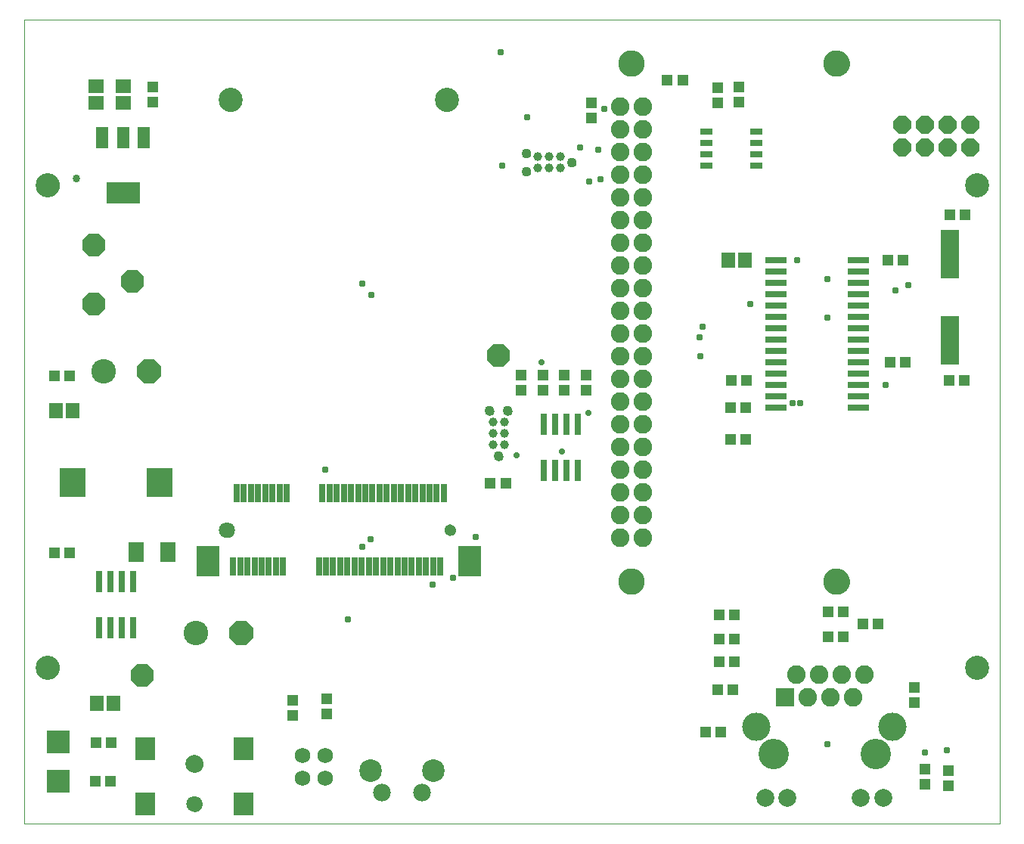
<source format=gts>
G04 EAGLE Gerber RS-274X export*
G75*
%MOMM*%
%FSLAX34Y34*%
%LPD*%
%INTop solder mask*%
%IPPOS*%
%AMOC8*
5,1,8,0,0,1.08239X$1,22.5*%
G01*
%ADD10C,0.000000*%
%ADD11C,2.703200*%
%ADD12C,2.082800*%
%ADD13C,2.953200*%
%ADD14R,2.203200X2.603200*%
%ADD15C,1.803200*%
%ADD16C,2.003200*%
%ADD17R,0.803200X2.403200*%
%ADD18R,1.703200X2.303200*%
%ADD19R,3.003200X3.253200*%
%ADD20R,1.303200X1.203200*%
%ADD21R,1.422400X2.438400*%
%ADD22R,3.803200X2.403200*%
%ADD23R,2.603200X2.603200*%
%ADD24C,1.303200*%
%ADD25R,0.687500X2.150000*%
%ADD26R,2.500000X3.387500*%
%ADD27R,1.703200X1.503200*%
%ADD28R,1.203200X1.303200*%
%ADD29R,2.133600X5.537200*%
%ADD30R,2.082800X2.082800*%
%ADD31C,3.173200*%
%ADD32C,3.403200*%
%ADD33C,1.986281*%
%ADD34C,2.534919*%
%ADD35C,1.733200*%
%ADD36R,1.403200X0.803200*%
%ADD37C,0.990600*%
%ADD38C,1.092200*%
%ADD39P,2.199416X8X22.500000*%
%ADD40R,2.403200X0.803200*%
%ADD41R,1.503200X1.703200*%
%ADD42C,2.743200*%
%ADD43P,2.969212X8X22.500000*%
%ADD44P,2.793256X8X292.500000*%
%ADD45P,2.793256X8X22.500000*%
%ADD46P,0.817854X8X22.500000*%
%ADD47C,0.855600*%
%ADD48P,0.763734X8X22.500000*%


D10*
X165100Y0D02*
X1257300Y0D01*
X1257300Y900000D01*
X165100Y900000D01*
X165100Y0D01*
X178850Y175000D02*
X178854Y175307D01*
X178865Y175613D01*
X178884Y175920D01*
X178910Y176225D01*
X178944Y176530D01*
X178985Y176834D01*
X179034Y177137D01*
X179090Y177439D01*
X179154Y177739D01*
X179225Y178037D01*
X179303Y178334D01*
X179388Y178629D01*
X179481Y178921D01*
X179581Y179211D01*
X179688Y179499D01*
X179802Y179784D01*
X179922Y180066D01*
X180050Y180344D01*
X180185Y180620D01*
X180326Y180892D01*
X180474Y181161D01*
X180628Y181426D01*
X180789Y181687D01*
X180957Y181945D01*
X181130Y182198D01*
X181310Y182446D01*
X181496Y182690D01*
X181687Y182930D01*
X181885Y183165D01*
X182088Y183394D01*
X182297Y183619D01*
X182511Y183839D01*
X182731Y184053D01*
X182956Y184262D01*
X183185Y184465D01*
X183420Y184663D01*
X183660Y184854D01*
X183904Y185040D01*
X184152Y185220D01*
X184405Y185393D01*
X184663Y185561D01*
X184924Y185722D01*
X185189Y185876D01*
X185458Y186024D01*
X185730Y186165D01*
X186006Y186300D01*
X186284Y186428D01*
X186566Y186548D01*
X186851Y186662D01*
X187139Y186769D01*
X187429Y186869D01*
X187721Y186962D01*
X188016Y187047D01*
X188313Y187125D01*
X188611Y187196D01*
X188911Y187260D01*
X189213Y187316D01*
X189516Y187365D01*
X189820Y187406D01*
X190125Y187440D01*
X190430Y187466D01*
X190737Y187485D01*
X191043Y187496D01*
X191350Y187500D01*
X191657Y187496D01*
X191963Y187485D01*
X192270Y187466D01*
X192575Y187440D01*
X192880Y187406D01*
X193184Y187365D01*
X193487Y187316D01*
X193789Y187260D01*
X194089Y187196D01*
X194387Y187125D01*
X194684Y187047D01*
X194979Y186962D01*
X195271Y186869D01*
X195561Y186769D01*
X195849Y186662D01*
X196134Y186548D01*
X196416Y186428D01*
X196694Y186300D01*
X196970Y186165D01*
X197242Y186024D01*
X197511Y185876D01*
X197776Y185722D01*
X198037Y185561D01*
X198295Y185393D01*
X198548Y185220D01*
X198796Y185040D01*
X199040Y184854D01*
X199280Y184663D01*
X199515Y184465D01*
X199744Y184262D01*
X199969Y184053D01*
X200189Y183839D01*
X200403Y183619D01*
X200612Y183394D01*
X200815Y183165D01*
X201013Y182930D01*
X201204Y182690D01*
X201390Y182446D01*
X201570Y182198D01*
X201743Y181945D01*
X201911Y181687D01*
X202072Y181426D01*
X202226Y181161D01*
X202374Y180892D01*
X202515Y180620D01*
X202650Y180344D01*
X202778Y180066D01*
X202898Y179784D01*
X203012Y179499D01*
X203119Y179211D01*
X203219Y178921D01*
X203312Y178629D01*
X203397Y178334D01*
X203475Y178037D01*
X203546Y177739D01*
X203610Y177439D01*
X203666Y177137D01*
X203715Y176834D01*
X203756Y176530D01*
X203790Y176225D01*
X203816Y175920D01*
X203835Y175613D01*
X203846Y175307D01*
X203850Y175000D01*
X203846Y174693D01*
X203835Y174387D01*
X203816Y174080D01*
X203790Y173775D01*
X203756Y173470D01*
X203715Y173166D01*
X203666Y172863D01*
X203610Y172561D01*
X203546Y172261D01*
X203475Y171963D01*
X203397Y171666D01*
X203312Y171371D01*
X203219Y171079D01*
X203119Y170789D01*
X203012Y170501D01*
X202898Y170216D01*
X202778Y169934D01*
X202650Y169656D01*
X202515Y169380D01*
X202374Y169108D01*
X202226Y168839D01*
X202072Y168574D01*
X201911Y168313D01*
X201743Y168055D01*
X201570Y167802D01*
X201390Y167554D01*
X201204Y167310D01*
X201013Y167070D01*
X200815Y166835D01*
X200612Y166606D01*
X200403Y166381D01*
X200189Y166161D01*
X199969Y165947D01*
X199744Y165738D01*
X199515Y165535D01*
X199280Y165337D01*
X199040Y165146D01*
X198796Y164960D01*
X198548Y164780D01*
X198295Y164607D01*
X198037Y164439D01*
X197776Y164278D01*
X197511Y164124D01*
X197242Y163976D01*
X196970Y163835D01*
X196694Y163700D01*
X196416Y163572D01*
X196134Y163452D01*
X195849Y163338D01*
X195561Y163231D01*
X195271Y163131D01*
X194979Y163038D01*
X194684Y162953D01*
X194387Y162875D01*
X194089Y162804D01*
X193789Y162740D01*
X193487Y162684D01*
X193184Y162635D01*
X192880Y162594D01*
X192575Y162560D01*
X192270Y162534D01*
X191963Y162515D01*
X191657Y162504D01*
X191350Y162500D01*
X191043Y162504D01*
X190737Y162515D01*
X190430Y162534D01*
X190125Y162560D01*
X189820Y162594D01*
X189516Y162635D01*
X189213Y162684D01*
X188911Y162740D01*
X188611Y162804D01*
X188313Y162875D01*
X188016Y162953D01*
X187721Y163038D01*
X187429Y163131D01*
X187139Y163231D01*
X186851Y163338D01*
X186566Y163452D01*
X186284Y163572D01*
X186006Y163700D01*
X185730Y163835D01*
X185458Y163976D01*
X185189Y164124D01*
X184924Y164278D01*
X184663Y164439D01*
X184405Y164607D01*
X184152Y164780D01*
X183904Y164960D01*
X183660Y165146D01*
X183420Y165337D01*
X183185Y165535D01*
X182956Y165738D01*
X182731Y165947D01*
X182511Y166161D01*
X182297Y166381D01*
X182088Y166606D01*
X181885Y166835D01*
X181687Y167070D01*
X181496Y167310D01*
X181310Y167554D01*
X181130Y167802D01*
X180957Y168055D01*
X180789Y168313D01*
X180628Y168574D01*
X180474Y168839D01*
X180326Y169108D01*
X180185Y169380D01*
X180050Y169656D01*
X179922Y169934D01*
X179802Y170216D01*
X179688Y170501D01*
X179581Y170789D01*
X179481Y171079D01*
X179388Y171371D01*
X179303Y171666D01*
X179225Y171963D01*
X179154Y172261D01*
X179090Y172561D01*
X179034Y172863D01*
X178985Y173166D01*
X178944Y173470D01*
X178910Y173775D01*
X178884Y174080D01*
X178865Y174387D01*
X178854Y174693D01*
X178850Y175000D01*
D11*
X191350Y175000D03*
D10*
X1218850Y175000D02*
X1218854Y175307D01*
X1218865Y175613D01*
X1218884Y175920D01*
X1218910Y176225D01*
X1218944Y176530D01*
X1218985Y176834D01*
X1219034Y177137D01*
X1219090Y177439D01*
X1219154Y177739D01*
X1219225Y178037D01*
X1219303Y178334D01*
X1219388Y178629D01*
X1219481Y178921D01*
X1219581Y179211D01*
X1219688Y179499D01*
X1219802Y179784D01*
X1219922Y180066D01*
X1220050Y180344D01*
X1220185Y180620D01*
X1220326Y180892D01*
X1220474Y181161D01*
X1220628Y181426D01*
X1220789Y181687D01*
X1220957Y181945D01*
X1221130Y182198D01*
X1221310Y182446D01*
X1221496Y182690D01*
X1221687Y182930D01*
X1221885Y183165D01*
X1222088Y183394D01*
X1222297Y183619D01*
X1222511Y183839D01*
X1222731Y184053D01*
X1222956Y184262D01*
X1223185Y184465D01*
X1223420Y184663D01*
X1223660Y184854D01*
X1223904Y185040D01*
X1224152Y185220D01*
X1224405Y185393D01*
X1224663Y185561D01*
X1224924Y185722D01*
X1225189Y185876D01*
X1225458Y186024D01*
X1225730Y186165D01*
X1226006Y186300D01*
X1226284Y186428D01*
X1226566Y186548D01*
X1226851Y186662D01*
X1227139Y186769D01*
X1227429Y186869D01*
X1227721Y186962D01*
X1228016Y187047D01*
X1228313Y187125D01*
X1228611Y187196D01*
X1228911Y187260D01*
X1229213Y187316D01*
X1229516Y187365D01*
X1229820Y187406D01*
X1230125Y187440D01*
X1230430Y187466D01*
X1230737Y187485D01*
X1231043Y187496D01*
X1231350Y187500D01*
X1231657Y187496D01*
X1231963Y187485D01*
X1232270Y187466D01*
X1232575Y187440D01*
X1232880Y187406D01*
X1233184Y187365D01*
X1233487Y187316D01*
X1233789Y187260D01*
X1234089Y187196D01*
X1234387Y187125D01*
X1234684Y187047D01*
X1234979Y186962D01*
X1235271Y186869D01*
X1235561Y186769D01*
X1235849Y186662D01*
X1236134Y186548D01*
X1236416Y186428D01*
X1236694Y186300D01*
X1236970Y186165D01*
X1237242Y186024D01*
X1237511Y185876D01*
X1237776Y185722D01*
X1238037Y185561D01*
X1238295Y185393D01*
X1238548Y185220D01*
X1238796Y185040D01*
X1239040Y184854D01*
X1239280Y184663D01*
X1239515Y184465D01*
X1239744Y184262D01*
X1239969Y184053D01*
X1240189Y183839D01*
X1240403Y183619D01*
X1240612Y183394D01*
X1240815Y183165D01*
X1241013Y182930D01*
X1241204Y182690D01*
X1241390Y182446D01*
X1241570Y182198D01*
X1241743Y181945D01*
X1241911Y181687D01*
X1242072Y181426D01*
X1242226Y181161D01*
X1242374Y180892D01*
X1242515Y180620D01*
X1242650Y180344D01*
X1242778Y180066D01*
X1242898Y179784D01*
X1243012Y179499D01*
X1243119Y179211D01*
X1243219Y178921D01*
X1243312Y178629D01*
X1243397Y178334D01*
X1243475Y178037D01*
X1243546Y177739D01*
X1243610Y177439D01*
X1243666Y177137D01*
X1243715Y176834D01*
X1243756Y176530D01*
X1243790Y176225D01*
X1243816Y175920D01*
X1243835Y175613D01*
X1243846Y175307D01*
X1243850Y175000D01*
X1243846Y174693D01*
X1243835Y174387D01*
X1243816Y174080D01*
X1243790Y173775D01*
X1243756Y173470D01*
X1243715Y173166D01*
X1243666Y172863D01*
X1243610Y172561D01*
X1243546Y172261D01*
X1243475Y171963D01*
X1243397Y171666D01*
X1243312Y171371D01*
X1243219Y171079D01*
X1243119Y170789D01*
X1243012Y170501D01*
X1242898Y170216D01*
X1242778Y169934D01*
X1242650Y169656D01*
X1242515Y169380D01*
X1242374Y169108D01*
X1242226Y168839D01*
X1242072Y168574D01*
X1241911Y168313D01*
X1241743Y168055D01*
X1241570Y167802D01*
X1241390Y167554D01*
X1241204Y167310D01*
X1241013Y167070D01*
X1240815Y166835D01*
X1240612Y166606D01*
X1240403Y166381D01*
X1240189Y166161D01*
X1239969Y165947D01*
X1239744Y165738D01*
X1239515Y165535D01*
X1239280Y165337D01*
X1239040Y165146D01*
X1238796Y164960D01*
X1238548Y164780D01*
X1238295Y164607D01*
X1238037Y164439D01*
X1237776Y164278D01*
X1237511Y164124D01*
X1237242Y163976D01*
X1236970Y163835D01*
X1236694Y163700D01*
X1236416Y163572D01*
X1236134Y163452D01*
X1235849Y163338D01*
X1235561Y163231D01*
X1235271Y163131D01*
X1234979Y163038D01*
X1234684Y162953D01*
X1234387Y162875D01*
X1234089Y162804D01*
X1233789Y162740D01*
X1233487Y162684D01*
X1233184Y162635D01*
X1232880Y162594D01*
X1232575Y162560D01*
X1232270Y162534D01*
X1231963Y162515D01*
X1231657Y162504D01*
X1231350Y162500D01*
X1231043Y162504D01*
X1230737Y162515D01*
X1230430Y162534D01*
X1230125Y162560D01*
X1229820Y162594D01*
X1229516Y162635D01*
X1229213Y162684D01*
X1228911Y162740D01*
X1228611Y162804D01*
X1228313Y162875D01*
X1228016Y162953D01*
X1227721Y163038D01*
X1227429Y163131D01*
X1227139Y163231D01*
X1226851Y163338D01*
X1226566Y163452D01*
X1226284Y163572D01*
X1226006Y163700D01*
X1225730Y163835D01*
X1225458Y163976D01*
X1225189Y164124D01*
X1224924Y164278D01*
X1224663Y164439D01*
X1224405Y164607D01*
X1224152Y164780D01*
X1223904Y164960D01*
X1223660Y165146D01*
X1223420Y165337D01*
X1223185Y165535D01*
X1222956Y165738D01*
X1222731Y165947D01*
X1222511Y166161D01*
X1222297Y166381D01*
X1222088Y166606D01*
X1221885Y166835D01*
X1221687Y167070D01*
X1221496Y167310D01*
X1221310Y167554D01*
X1221130Y167802D01*
X1220957Y168055D01*
X1220789Y168313D01*
X1220628Y168574D01*
X1220474Y168839D01*
X1220326Y169108D01*
X1220185Y169380D01*
X1220050Y169656D01*
X1219922Y169934D01*
X1219802Y170216D01*
X1219688Y170501D01*
X1219581Y170789D01*
X1219481Y171079D01*
X1219388Y171371D01*
X1219303Y171666D01*
X1219225Y171963D01*
X1219154Y172261D01*
X1219090Y172561D01*
X1219034Y172863D01*
X1218985Y173166D01*
X1218944Y173470D01*
X1218910Y173775D01*
X1218884Y174080D01*
X1218865Y174387D01*
X1218854Y174693D01*
X1218850Y175000D01*
D11*
X1231350Y175000D03*
D10*
X178850Y715000D02*
X178854Y715307D01*
X178865Y715613D01*
X178884Y715920D01*
X178910Y716225D01*
X178944Y716530D01*
X178985Y716834D01*
X179034Y717137D01*
X179090Y717439D01*
X179154Y717739D01*
X179225Y718037D01*
X179303Y718334D01*
X179388Y718629D01*
X179481Y718921D01*
X179581Y719211D01*
X179688Y719499D01*
X179802Y719784D01*
X179922Y720066D01*
X180050Y720344D01*
X180185Y720620D01*
X180326Y720892D01*
X180474Y721161D01*
X180628Y721426D01*
X180789Y721687D01*
X180957Y721945D01*
X181130Y722198D01*
X181310Y722446D01*
X181496Y722690D01*
X181687Y722930D01*
X181885Y723165D01*
X182088Y723394D01*
X182297Y723619D01*
X182511Y723839D01*
X182731Y724053D01*
X182956Y724262D01*
X183185Y724465D01*
X183420Y724663D01*
X183660Y724854D01*
X183904Y725040D01*
X184152Y725220D01*
X184405Y725393D01*
X184663Y725561D01*
X184924Y725722D01*
X185189Y725876D01*
X185458Y726024D01*
X185730Y726165D01*
X186006Y726300D01*
X186284Y726428D01*
X186566Y726548D01*
X186851Y726662D01*
X187139Y726769D01*
X187429Y726869D01*
X187721Y726962D01*
X188016Y727047D01*
X188313Y727125D01*
X188611Y727196D01*
X188911Y727260D01*
X189213Y727316D01*
X189516Y727365D01*
X189820Y727406D01*
X190125Y727440D01*
X190430Y727466D01*
X190737Y727485D01*
X191043Y727496D01*
X191350Y727500D01*
X191657Y727496D01*
X191963Y727485D01*
X192270Y727466D01*
X192575Y727440D01*
X192880Y727406D01*
X193184Y727365D01*
X193487Y727316D01*
X193789Y727260D01*
X194089Y727196D01*
X194387Y727125D01*
X194684Y727047D01*
X194979Y726962D01*
X195271Y726869D01*
X195561Y726769D01*
X195849Y726662D01*
X196134Y726548D01*
X196416Y726428D01*
X196694Y726300D01*
X196970Y726165D01*
X197242Y726024D01*
X197511Y725876D01*
X197776Y725722D01*
X198037Y725561D01*
X198295Y725393D01*
X198548Y725220D01*
X198796Y725040D01*
X199040Y724854D01*
X199280Y724663D01*
X199515Y724465D01*
X199744Y724262D01*
X199969Y724053D01*
X200189Y723839D01*
X200403Y723619D01*
X200612Y723394D01*
X200815Y723165D01*
X201013Y722930D01*
X201204Y722690D01*
X201390Y722446D01*
X201570Y722198D01*
X201743Y721945D01*
X201911Y721687D01*
X202072Y721426D01*
X202226Y721161D01*
X202374Y720892D01*
X202515Y720620D01*
X202650Y720344D01*
X202778Y720066D01*
X202898Y719784D01*
X203012Y719499D01*
X203119Y719211D01*
X203219Y718921D01*
X203312Y718629D01*
X203397Y718334D01*
X203475Y718037D01*
X203546Y717739D01*
X203610Y717439D01*
X203666Y717137D01*
X203715Y716834D01*
X203756Y716530D01*
X203790Y716225D01*
X203816Y715920D01*
X203835Y715613D01*
X203846Y715307D01*
X203850Y715000D01*
X203846Y714693D01*
X203835Y714387D01*
X203816Y714080D01*
X203790Y713775D01*
X203756Y713470D01*
X203715Y713166D01*
X203666Y712863D01*
X203610Y712561D01*
X203546Y712261D01*
X203475Y711963D01*
X203397Y711666D01*
X203312Y711371D01*
X203219Y711079D01*
X203119Y710789D01*
X203012Y710501D01*
X202898Y710216D01*
X202778Y709934D01*
X202650Y709656D01*
X202515Y709380D01*
X202374Y709108D01*
X202226Y708839D01*
X202072Y708574D01*
X201911Y708313D01*
X201743Y708055D01*
X201570Y707802D01*
X201390Y707554D01*
X201204Y707310D01*
X201013Y707070D01*
X200815Y706835D01*
X200612Y706606D01*
X200403Y706381D01*
X200189Y706161D01*
X199969Y705947D01*
X199744Y705738D01*
X199515Y705535D01*
X199280Y705337D01*
X199040Y705146D01*
X198796Y704960D01*
X198548Y704780D01*
X198295Y704607D01*
X198037Y704439D01*
X197776Y704278D01*
X197511Y704124D01*
X197242Y703976D01*
X196970Y703835D01*
X196694Y703700D01*
X196416Y703572D01*
X196134Y703452D01*
X195849Y703338D01*
X195561Y703231D01*
X195271Y703131D01*
X194979Y703038D01*
X194684Y702953D01*
X194387Y702875D01*
X194089Y702804D01*
X193789Y702740D01*
X193487Y702684D01*
X193184Y702635D01*
X192880Y702594D01*
X192575Y702560D01*
X192270Y702534D01*
X191963Y702515D01*
X191657Y702504D01*
X191350Y702500D01*
X191043Y702504D01*
X190737Y702515D01*
X190430Y702534D01*
X190125Y702560D01*
X189820Y702594D01*
X189516Y702635D01*
X189213Y702684D01*
X188911Y702740D01*
X188611Y702804D01*
X188313Y702875D01*
X188016Y702953D01*
X187721Y703038D01*
X187429Y703131D01*
X187139Y703231D01*
X186851Y703338D01*
X186566Y703452D01*
X186284Y703572D01*
X186006Y703700D01*
X185730Y703835D01*
X185458Y703976D01*
X185189Y704124D01*
X184924Y704278D01*
X184663Y704439D01*
X184405Y704607D01*
X184152Y704780D01*
X183904Y704960D01*
X183660Y705146D01*
X183420Y705337D01*
X183185Y705535D01*
X182956Y705738D01*
X182731Y705947D01*
X182511Y706161D01*
X182297Y706381D01*
X182088Y706606D01*
X181885Y706835D01*
X181687Y707070D01*
X181496Y707310D01*
X181310Y707554D01*
X181130Y707802D01*
X180957Y708055D01*
X180789Y708313D01*
X180628Y708574D01*
X180474Y708839D01*
X180326Y709108D01*
X180185Y709380D01*
X180050Y709656D01*
X179922Y709934D01*
X179802Y710216D01*
X179688Y710501D01*
X179581Y710789D01*
X179481Y711079D01*
X179388Y711371D01*
X179303Y711666D01*
X179225Y711963D01*
X179154Y712261D01*
X179090Y712561D01*
X179034Y712863D01*
X178985Y713166D01*
X178944Y713470D01*
X178910Y713775D01*
X178884Y714080D01*
X178865Y714387D01*
X178854Y714693D01*
X178850Y715000D01*
D11*
X191350Y715000D03*
D10*
X1218850Y715000D02*
X1218854Y715307D01*
X1218865Y715613D01*
X1218884Y715920D01*
X1218910Y716225D01*
X1218944Y716530D01*
X1218985Y716834D01*
X1219034Y717137D01*
X1219090Y717439D01*
X1219154Y717739D01*
X1219225Y718037D01*
X1219303Y718334D01*
X1219388Y718629D01*
X1219481Y718921D01*
X1219581Y719211D01*
X1219688Y719499D01*
X1219802Y719784D01*
X1219922Y720066D01*
X1220050Y720344D01*
X1220185Y720620D01*
X1220326Y720892D01*
X1220474Y721161D01*
X1220628Y721426D01*
X1220789Y721687D01*
X1220957Y721945D01*
X1221130Y722198D01*
X1221310Y722446D01*
X1221496Y722690D01*
X1221687Y722930D01*
X1221885Y723165D01*
X1222088Y723394D01*
X1222297Y723619D01*
X1222511Y723839D01*
X1222731Y724053D01*
X1222956Y724262D01*
X1223185Y724465D01*
X1223420Y724663D01*
X1223660Y724854D01*
X1223904Y725040D01*
X1224152Y725220D01*
X1224405Y725393D01*
X1224663Y725561D01*
X1224924Y725722D01*
X1225189Y725876D01*
X1225458Y726024D01*
X1225730Y726165D01*
X1226006Y726300D01*
X1226284Y726428D01*
X1226566Y726548D01*
X1226851Y726662D01*
X1227139Y726769D01*
X1227429Y726869D01*
X1227721Y726962D01*
X1228016Y727047D01*
X1228313Y727125D01*
X1228611Y727196D01*
X1228911Y727260D01*
X1229213Y727316D01*
X1229516Y727365D01*
X1229820Y727406D01*
X1230125Y727440D01*
X1230430Y727466D01*
X1230737Y727485D01*
X1231043Y727496D01*
X1231350Y727500D01*
X1231657Y727496D01*
X1231963Y727485D01*
X1232270Y727466D01*
X1232575Y727440D01*
X1232880Y727406D01*
X1233184Y727365D01*
X1233487Y727316D01*
X1233789Y727260D01*
X1234089Y727196D01*
X1234387Y727125D01*
X1234684Y727047D01*
X1234979Y726962D01*
X1235271Y726869D01*
X1235561Y726769D01*
X1235849Y726662D01*
X1236134Y726548D01*
X1236416Y726428D01*
X1236694Y726300D01*
X1236970Y726165D01*
X1237242Y726024D01*
X1237511Y725876D01*
X1237776Y725722D01*
X1238037Y725561D01*
X1238295Y725393D01*
X1238548Y725220D01*
X1238796Y725040D01*
X1239040Y724854D01*
X1239280Y724663D01*
X1239515Y724465D01*
X1239744Y724262D01*
X1239969Y724053D01*
X1240189Y723839D01*
X1240403Y723619D01*
X1240612Y723394D01*
X1240815Y723165D01*
X1241013Y722930D01*
X1241204Y722690D01*
X1241390Y722446D01*
X1241570Y722198D01*
X1241743Y721945D01*
X1241911Y721687D01*
X1242072Y721426D01*
X1242226Y721161D01*
X1242374Y720892D01*
X1242515Y720620D01*
X1242650Y720344D01*
X1242778Y720066D01*
X1242898Y719784D01*
X1243012Y719499D01*
X1243119Y719211D01*
X1243219Y718921D01*
X1243312Y718629D01*
X1243397Y718334D01*
X1243475Y718037D01*
X1243546Y717739D01*
X1243610Y717439D01*
X1243666Y717137D01*
X1243715Y716834D01*
X1243756Y716530D01*
X1243790Y716225D01*
X1243816Y715920D01*
X1243835Y715613D01*
X1243846Y715307D01*
X1243850Y715000D01*
X1243846Y714693D01*
X1243835Y714387D01*
X1243816Y714080D01*
X1243790Y713775D01*
X1243756Y713470D01*
X1243715Y713166D01*
X1243666Y712863D01*
X1243610Y712561D01*
X1243546Y712261D01*
X1243475Y711963D01*
X1243397Y711666D01*
X1243312Y711371D01*
X1243219Y711079D01*
X1243119Y710789D01*
X1243012Y710501D01*
X1242898Y710216D01*
X1242778Y709934D01*
X1242650Y709656D01*
X1242515Y709380D01*
X1242374Y709108D01*
X1242226Y708839D01*
X1242072Y708574D01*
X1241911Y708313D01*
X1241743Y708055D01*
X1241570Y707802D01*
X1241390Y707554D01*
X1241204Y707310D01*
X1241013Y707070D01*
X1240815Y706835D01*
X1240612Y706606D01*
X1240403Y706381D01*
X1240189Y706161D01*
X1239969Y705947D01*
X1239744Y705738D01*
X1239515Y705535D01*
X1239280Y705337D01*
X1239040Y705146D01*
X1238796Y704960D01*
X1238548Y704780D01*
X1238295Y704607D01*
X1238037Y704439D01*
X1237776Y704278D01*
X1237511Y704124D01*
X1237242Y703976D01*
X1236970Y703835D01*
X1236694Y703700D01*
X1236416Y703572D01*
X1236134Y703452D01*
X1235849Y703338D01*
X1235561Y703231D01*
X1235271Y703131D01*
X1234979Y703038D01*
X1234684Y702953D01*
X1234387Y702875D01*
X1234089Y702804D01*
X1233789Y702740D01*
X1233487Y702684D01*
X1233184Y702635D01*
X1232880Y702594D01*
X1232575Y702560D01*
X1232270Y702534D01*
X1231963Y702515D01*
X1231657Y702504D01*
X1231350Y702500D01*
X1231043Y702504D01*
X1230737Y702515D01*
X1230430Y702534D01*
X1230125Y702560D01*
X1229820Y702594D01*
X1229516Y702635D01*
X1229213Y702684D01*
X1228911Y702740D01*
X1228611Y702804D01*
X1228313Y702875D01*
X1228016Y702953D01*
X1227721Y703038D01*
X1227429Y703131D01*
X1227139Y703231D01*
X1226851Y703338D01*
X1226566Y703452D01*
X1226284Y703572D01*
X1226006Y703700D01*
X1225730Y703835D01*
X1225458Y703976D01*
X1225189Y704124D01*
X1224924Y704278D01*
X1224663Y704439D01*
X1224405Y704607D01*
X1224152Y704780D01*
X1223904Y704960D01*
X1223660Y705146D01*
X1223420Y705337D01*
X1223185Y705535D01*
X1222956Y705738D01*
X1222731Y705947D01*
X1222511Y706161D01*
X1222297Y706381D01*
X1222088Y706606D01*
X1221885Y706835D01*
X1221687Y707070D01*
X1221496Y707310D01*
X1221310Y707554D01*
X1221130Y707802D01*
X1220957Y708055D01*
X1220789Y708313D01*
X1220628Y708574D01*
X1220474Y708839D01*
X1220326Y709108D01*
X1220185Y709380D01*
X1220050Y709656D01*
X1219922Y709934D01*
X1219802Y710216D01*
X1219688Y710501D01*
X1219581Y710789D01*
X1219481Y711079D01*
X1219388Y711371D01*
X1219303Y711666D01*
X1219225Y711963D01*
X1219154Y712261D01*
X1219090Y712561D01*
X1219034Y712863D01*
X1218985Y713166D01*
X1218944Y713470D01*
X1218910Y713775D01*
X1218884Y714080D01*
X1218865Y714387D01*
X1218854Y714693D01*
X1218850Y715000D01*
D11*
X1231350Y715000D03*
D12*
X831925Y777345D03*
X831925Y751945D03*
X831925Y726545D03*
X831925Y701145D03*
X831925Y675745D03*
X831925Y650345D03*
X831925Y624945D03*
X831925Y599545D03*
X831925Y574145D03*
X831925Y548745D03*
X831925Y523345D03*
X831925Y497945D03*
X831925Y472545D03*
X831925Y447145D03*
X831925Y421645D03*
X831925Y396345D03*
X831925Y370945D03*
X831925Y345545D03*
X831925Y320145D03*
X857325Y777345D03*
X857325Y751945D03*
X857325Y726545D03*
X857325Y701145D03*
X857325Y675745D03*
X857325Y650345D03*
X857325Y624945D03*
X857325Y599545D03*
X857325Y574145D03*
X857325Y548745D03*
X857325Y523345D03*
X857325Y497945D03*
X857325Y472545D03*
X857325Y447145D03*
X857325Y421745D03*
X857325Y396345D03*
X857325Y370945D03*
X857325Y345545D03*
X857325Y320145D03*
X831925Y802745D03*
X857325Y802745D03*
D10*
X830875Y851445D02*
X830879Y851782D01*
X830892Y852120D01*
X830912Y852457D01*
X830941Y852793D01*
X830978Y853128D01*
X831024Y853463D01*
X831077Y853796D01*
X831139Y854127D01*
X831209Y854458D01*
X831287Y854786D01*
X831373Y855112D01*
X831467Y855436D01*
X831569Y855758D01*
X831679Y856077D01*
X831796Y856394D01*
X831922Y856707D01*
X832055Y857017D01*
X832195Y857324D01*
X832343Y857627D01*
X832499Y857927D01*
X832661Y858222D01*
X832831Y858514D01*
X833008Y858801D01*
X833192Y859084D01*
X833383Y859362D01*
X833581Y859636D01*
X833785Y859904D01*
X833996Y860168D01*
X834213Y860426D01*
X834437Y860679D01*
X834667Y860926D01*
X834902Y861168D01*
X835144Y861403D01*
X835391Y861633D01*
X835644Y861857D01*
X835902Y862074D01*
X836166Y862285D01*
X836434Y862489D01*
X836708Y862687D01*
X836986Y862878D01*
X837269Y863062D01*
X837556Y863239D01*
X837848Y863409D01*
X838143Y863571D01*
X838443Y863727D01*
X838746Y863875D01*
X839053Y864015D01*
X839363Y864148D01*
X839676Y864274D01*
X839993Y864391D01*
X840312Y864501D01*
X840634Y864603D01*
X840958Y864697D01*
X841284Y864783D01*
X841612Y864861D01*
X841943Y864931D01*
X842274Y864993D01*
X842607Y865046D01*
X842942Y865092D01*
X843277Y865129D01*
X843613Y865158D01*
X843950Y865178D01*
X844288Y865191D01*
X844625Y865195D01*
X844962Y865191D01*
X845300Y865178D01*
X845637Y865158D01*
X845973Y865129D01*
X846308Y865092D01*
X846643Y865046D01*
X846976Y864993D01*
X847307Y864931D01*
X847638Y864861D01*
X847966Y864783D01*
X848292Y864697D01*
X848616Y864603D01*
X848938Y864501D01*
X849257Y864391D01*
X849574Y864274D01*
X849887Y864148D01*
X850197Y864015D01*
X850504Y863875D01*
X850807Y863727D01*
X851107Y863571D01*
X851402Y863409D01*
X851694Y863239D01*
X851981Y863062D01*
X852264Y862878D01*
X852542Y862687D01*
X852816Y862489D01*
X853084Y862285D01*
X853348Y862074D01*
X853606Y861857D01*
X853859Y861633D01*
X854106Y861403D01*
X854348Y861168D01*
X854583Y860926D01*
X854813Y860679D01*
X855037Y860426D01*
X855254Y860168D01*
X855465Y859904D01*
X855669Y859636D01*
X855867Y859362D01*
X856058Y859084D01*
X856242Y858801D01*
X856419Y858514D01*
X856589Y858222D01*
X856751Y857927D01*
X856907Y857627D01*
X857055Y857324D01*
X857195Y857017D01*
X857328Y856707D01*
X857454Y856394D01*
X857571Y856077D01*
X857681Y855758D01*
X857783Y855436D01*
X857877Y855112D01*
X857963Y854786D01*
X858041Y854458D01*
X858111Y854127D01*
X858173Y853796D01*
X858226Y853463D01*
X858272Y853128D01*
X858309Y852793D01*
X858338Y852457D01*
X858358Y852120D01*
X858371Y851782D01*
X858375Y851445D01*
X858371Y851108D01*
X858358Y850770D01*
X858338Y850433D01*
X858309Y850097D01*
X858272Y849762D01*
X858226Y849427D01*
X858173Y849094D01*
X858111Y848763D01*
X858041Y848432D01*
X857963Y848104D01*
X857877Y847778D01*
X857783Y847454D01*
X857681Y847132D01*
X857571Y846813D01*
X857454Y846496D01*
X857328Y846183D01*
X857195Y845873D01*
X857055Y845566D01*
X856907Y845263D01*
X856751Y844963D01*
X856589Y844668D01*
X856419Y844376D01*
X856242Y844089D01*
X856058Y843806D01*
X855867Y843528D01*
X855669Y843254D01*
X855465Y842986D01*
X855254Y842722D01*
X855037Y842464D01*
X854813Y842211D01*
X854583Y841964D01*
X854348Y841722D01*
X854106Y841487D01*
X853859Y841257D01*
X853606Y841033D01*
X853348Y840816D01*
X853084Y840605D01*
X852816Y840401D01*
X852542Y840203D01*
X852264Y840012D01*
X851981Y839828D01*
X851694Y839651D01*
X851402Y839481D01*
X851107Y839319D01*
X850807Y839163D01*
X850504Y839015D01*
X850197Y838875D01*
X849887Y838742D01*
X849574Y838616D01*
X849257Y838499D01*
X848938Y838389D01*
X848616Y838287D01*
X848292Y838193D01*
X847966Y838107D01*
X847638Y838029D01*
X847307Y837959D01*
X846976Y837897D01*
X846643Y837844D01*
X846308Y837798D01*
X845973Y837761D01*
X845637Y837732D01*
X845300Y837712D01*
X844962Y837699D01*
X844625Y837695D01*
X844288Y837699D01*
X843950Y837712D01*
X843613Y837732D01*
X843277Y837761D01*
X842942Y837798D01*
X842607Y837844D01*
X842274Y837897D01*
X841943Y837959D01*
X841612Y838029D01*
X841284Y838107D01*
X840958Y838193D01*
X840634Y838287D01*
X840312Y838389D01*
X839993Y838499D01*
X839676Y838616D01*
X839363Y838742D01*
X839053Y838875D01*
X838746Y839015D01*
X838443Y839163D01*
X838143Y839319D01*
X837848Y839481D01*
X837556Y839651D01*
X837269Y839828D01*
X836986Y840012D01*
X836708Y840203D01*
X836434Y840401D01*
X836166Y840605D01*
X835902Y840816D01*
X835644Y841033D01*
X835391Y841257D01*
X835144Y841487D01*
X834902Y841722D01*
X834667Y841964D01*
X834437Y842211D01*
X834213Y842464D01*
X833996Y842722D01*
X833785Y842986D01*
X833581Y843254D01*
X833383Y843528D01*
X833192Y843806D01*
X833008Y844089D01*
X832831Y844376D01*
X832661Y844668D01*
X832499Y844963D01*
X832343Y845263D01*
X832195Y845566D01*
X832055Y845873D01*
X831922Y846183D01*
X831796Y846496D01*
X831679Y846813D01*
X831569Y847132D01*
X831467Y847454D01*
X831373Y847778D01*
X831287Y848104D01*
X831209Y848432D01*
X831139Y848763D01*
X831077Y849094D01*
X831024Y849427D01*
X830978Y849762D01*
X830941Y850097D01*
X830912Y850433D01*
X830892Y850770D01*
X830879Y851108D01*
X830875Y851445D01*
D13*
X844625Y851445D03*
D10*
X830875Y271445D02*
X830879Y271782D01*
X830892Y272120D01*
X830912Y272457D01*
X830941Y272793D01*
X830978Y273128D01*
X831024Y273463D01*
X831077Y273796D01*
X831139Y274127D01*
X831209Y274458D01*
X831287Y274786D01*
X831373Y275112D01*
X831467Y275436D01*
X831569Y275758D01*
X831679Y276077D01*
X831796Y276394D01*
X831922Y276707D01*
X832055Y277017D01*
X832195Y277324D01*
X832343Y277627D01*
X832499Y277927D01*
X832661Y278222D01*
X832831Y278514D01*
X833008Y278801D01*
X833192Y279084D01*
X833383Y279362D01*
X833581Y279636D01*
X833785Y279904D01*
X833996Y280168D01*
X834213Y280426D01*
X834437Y280679D01*
X834667Y280926D01*
X834902Y281168D01*
X835144Y281403D01*
X835391Y281633D01*
X835644Y281857D01*
X835902Y282074D01*
X836166Y282285D01*
X836434Y282489D01*
X836708Y282687D01*
X836986Y282878D01*
X837269Y283062D01*
X837556Y283239D01*
X837848Y283409D01*
X838143Y283571D01*
X838443Y283727D01*
X838746Y283875D01*
X839053Y284015D01*
X839363Y284148D01*
X839676Y284274D01*
X839993Y284391D01*
X840312Y284501D01*
X840634Y284603D01*
X840958Y284697D01*
X841284Y284783D01*
X841612Y284861D01*
X841943Y284931D01*
X842274Y284993D01*
X842607Y285046D01*
X842942Y285092D01*
X843277Y285129D01*
X843613Y285158D01*
X843950Y285178D01*
X844288Y285191D01*
X844625Y285195D01*
X844962Y285191D01*
X845300Y285178D01*
X845637Y285158D01*
X845973Y285129D01*
X846308Y285092D01*
X846643Y285046D01*
X846976Y284993D01*
X847307Y284931D01*
X847638Y284861D01*
X847966Y284783D01*
X848292Y284697D01*
X848616Y284603D01*
X848938Y284501D01*
X849257Y284391D01*
X849574Y284274D01*
X849887Y284148D01*
X850197Y284015D01*
X850504Y283875D01*
X850807Y283727D01*
X851107Y283571D01*
X851402Y283409D01*
X851694Y283239D01*
X851981Y283062D01*
X852264Y282878D01*
X852542Y282687D01*
X852816Y282489D01*
X853084Y282285D01*
X853348Y282074D01*
X853606Y281857D01*
X853859Y281633D01*
X854106Y281403D01*
X854348Y281168D01*
X854583Y280926D01*
X854813Y280679D01*
X855037Y280426D01*
X855254Y280168D01*
X855465Y279904D01*
X855669Y279636D01*
X855867Y279362D01*
X856058Y279084D01*
X856242Y278801D01*
X856419Y278514D01*
X856589Y278222D01*
X856751Y277927D01*
X856907Y277627D01*
X857055Y277324D01*
X857195Y277017D01*
X857328Y276707D01*
X857454Y276394D01*
X857571Y276077D01*
X857681Y275758D01*
X857783Y275436D01*
X857877Y275112D01*
X857963Y274786D01*
X858041Y274458D01*
X858111Y274127D01*
X858173Y273796D01*
X858226Y273463D01*
X858272Y273128D01*
X858309Y272793D01*
X858338Y272457D01*
X858358Y272120D01*
X858371Y271782D01*
X858375Y271445D01*
X858371Y271108D01*
X858358Y270770D01*
X858338Y270433D01*
X858309Y270097D01*
X858272Y269762D01*
X858226Y269427D01*
X858173Y269094D01*
X858111Y268763D01*
X858041Y268432D01*
X857963Y268104D01*
X857877Y267778D01*
X857783Y267454D01*
X857681Y267132D01*
X857571Y266813D01*
X857454Y266496D01*
X857328Y266183D01*
X857195Y265873D01*
X857055Y265566D01*
X856907Y265263D01*
X856751Y264963D01*
X856589Y264668D01*
X856419Y264376D01*
X856242Y264089D01*
X856058Y263806D01*
X855867Y263528D01*
X855669Y263254D01*
X855465Y262986D01*
X855254Y262722D01*
X855037Y262464D01*
X854813Y262211D01*
X854583Y261964D01*
X854348Y261722D01*
X854106Y261487D01*
X853859Y261257D01*
X853606Y261033D01*
X853348Y260816D01*
X853084Y260605D01*
X852816Y260401D01*
X852542Y260203D01*
X852264Y260012D01*
X851981Y259828D01*
X851694Y259651D01*
X851402Y259481D01*
X851107Y259319D01*
X850807Y259163D01*
X850504Y259015D01*
X850197Y258875D01*
X849887Y258742D01*
X849574Y258616D01*
X849257Y258499D01*
X848938Y258389D01*
X848616Y258287D01*
X848292Y258193D01*
X847966Y258107D01*
X847638Y258029D01*
X847307Y257959D01*
X846976Y257897D01*
X846643Y257844D01*
X846308Y257798D01*
X845973Y257761D01*
X845637Y257732D01*
X845300Y257712D01*
X844962Y257699D01*
X844625Y257695D01*
X844288Y257699D01*
X843950Y257712D01*
X843613Y257732D01*
X843277Y257761D01*
X842942Y257798D01*
X842607Y257844D01*
X842274Y257897D01*
X841943Y257959D01*
X841612Y258029D01*
X841284Y258107D01*
X840958Y258193D01*
X840634Y258287D01*
X840312Y258389D01*
X839993Y258499D01*
X839676Y258616D01*
X839363Y258742D01*
X839053Y258875D01*
X838746Y259015D01*
X838443Y259163D01*
X838143Y259319D01*
X837848Y259481D01*
X837556Y259651D01*
X837269Y259828D01*
X836986Y260012D01*
X836708Y260203D01*
X836434Y260401D01*
X836166Y260605D01*
X835902Y260816D01*
X835644Y261033D01*
X835391Y261257D01*
X835144Y261487D01*
X834902Y261722D01*
X834667Y261964D01*
X834437Y262211D01*
X834213Y262464D01*
X833996Y262722D01*
X833785Y262986D01*
X833581Y263254D01*
X833383Y263528D01*
X833192Y263806D01*
X833008Y264089D01*
X832831Y264376D01*
X832661Y264668D01*
X832499Y264963D01*
X832343Y265263D01*
X832195Y265566D01*
X832055Y265873D01*
X831922Y266183D01*
X831796Y266496D01*
X831679Y266813D01*
X831569Y267132D01*
X831467Y267454D01*
X831373Y267778D01*
X831287Y268104D01*
X831209Y268432D01*
X831139Y268763D01*
X831077Y269094D01*
X831024Y269427D01*
X830978Y269762D01*
X830941Y270097D01*
X830912Y270433D01*
X830892Y270770D01*
X830879Y271108D01*
X830875Y271445D01*
D13*
X844625Y271445D03*
D10*
X1060875Y851445D02*
X1060879Y851782D01*
X1060892Y852120D01*
X1060912Y852457D01*
X1060941Y852793D01*
X1060978Y853128D01*
X1061024Y853463D01*
X1061077Y853796D01*
X1061139Y854127D01*
X1061209Y854458D01*
X1061287Y854786D01*
X1061373Y855112D01*
X1061467Y855436D01*
X1061569Y855758D01*
X1061679Y856077D01*
X1061796Y856394D01*
X1061922Y856707D01*
X1062055Y857017D01*
X1062195Y857324D01*
X1062343Y857627D01*
X1062499Y857927D01*
X1062661Y858222D01*
X1062831Y858514D01*
X1063008Y858801D01*
X1063192Y859084D01*
X1063383Y859362D01*
X1063581Y859636D01*
X1063785Y859904D01*
X1063996Y860168D01*
X1064213Y860426D01*
X1064437Y860679D01*
X1064667Y860926D01*
X1064902Y861168D01*
X1065144Y861403D01*
X1065391Y861633D01*
X1065644Y861857D01*
X1065902Y862074D01*
X1066166Y862285D01*
X1066434Y862489D01*
X1066708Y862687D01*
X1066986Y862878D01*
X1067269Y863062D01*
X1067556Y863239D01*
X1067848Y863409D01*
X1068143Y863571D01*
X1068443Y863727D01*
X1068746Y863875D01*
X1069053Y864015D01*
X1069363Y864148D01*
X1069676Y864274D01*
X1069993Y864391D01*
X1070312Y864501D01*
X1070634Y864603D01*
X1070958Y864697D01*
X1071284Y864783D01*
X1071612Y864861D01*
X1071943Y864931D01*
X1072274Y864993D01*
X1072607Y865046D01*
X1072942Y865092D01*
X1073277Y865129D01*
X1073613Y865158D01*
X1073950Y865178D01*
X1074288Y865191D01*
X1074625Y865195D01*
X1074962Y865191D01*
X1075300Y865178D01*
X1075637Y865158D01*
X1075973Y865129D01*
X1076308Y865092D01*
X1076643Y865046D01*
X1076976Y864993D01*
X1077307Y864931D01*
X1077638Y864861D01*
X1077966Y864783D01*
X1078292Y864697D01*
X1078616Y864603D01*
X1078938Y864501D01*
X1079257Y864391D01*
X1079574Y864274D01*
X1079887Y864148D01*
X1080197Y864015D01*
X1080504Y863875D01*
X1080807Y863727D01*
X1081107Y863571D01*
X1081402Y863409D01*
X1081694Y863239D01*
X1081981Y863062D01*
X1082264Y862878D01*
X1082542Y862687D01*
X1082816Y862489D01*
X1083084Y862285D01*
X1083348Y862074D01*
X1083606Y861857D01*
X1083859Y861633D01*
X1084106Y861403D01*
X1084348Y861168D01*
X1084583Y860926D01*
X1084813Y860679D01*
X1085037Y860426D01*
X1085254Y860168D01*
X1085465Y859904D01*
X1085669Y859636D01*
X1085867Y859362D01*
X1086058Y859084D01*
X1086242Y858801D01*
X1086419Y858514D01*
X1086589Y858222D01*
X1086751Y857927D01*
X1086907Y857627D01*
X1087055Y857324D01*
X1087195Y857017D01*
X1087328Y856707D01*
X1087454Y856394D01*
X1087571Y856077D01*
X1087681Y855758D01*
X1087783Y855436D01*
X1087877Y855112D01*
X1087963Y854786D01*
X1088041Y854458D01*
X1088111Y854127D01*
X1088173Y853796D01*
X1088226Y853463D01*
X1088272Y853128D01*
X1088309Y852793D01*
X1088338Y852457D01*
X1088358Y852120D01*
X1088371Y851782D01*
X1088375Y851445D01*
X1088371Y851108D01*
X1088358Y850770D01*
X1088338Y850433D01*
X1088309Y850097D01*
X1088272Y849762D01*
X1088226Y849427D01*
X1088173Y849094D01*
X1088111Y848763D01*
X1088041Y848432D01*
X1087963Y848104D01*
X1087877Y847778D01*
X1087783Y847454D01*
X1087681Y847132D01*
X1087571Y846813D01*
X1087454Y846496D01*
X1087328Y846183D01*
X1087195Y845873D01*
X1087055Y845566D01*
X1086907Y845263D01*
X1086751Y844963D01*
X1086589Y844668D01*
X1086419Y844376D01*
X1086242Y844089D01*
X1086058Y843806D01*
X1085867Y843528D01*
X1085669Y843254D01*
X1085465Y842986D01*
X1085254Y842722D01*
X1085037Y842464D01*
X1084813Y842211D01*
X1084583Y841964D01*
X1084348Y841722D01*
X1084106Y841487D01*
X1083859Y841257D01*
X1083606Y841033D01*
X1083348Y840816D01*
X1083084Y840605D01*
X1082816Y840401D01*
X1082542Y840203D01*
X1082264Y840012D01*
X1081981Y839828D01*
X1081694Y839651D01*
X1081402Y839481D01*
X1081107Y839319D01*
X1080807Y839163D01*
X1080504Y839015D01*
X1080197Y838875D01*
X1079887Y838742D01*
X1079574Y838616D01*
X1079257Y838499D01*
X1078938Y838389D01*
X1078616Y838287D01*
X1078292Y838193D01*
X1077966Y838107D01*
X1077638Y838029D01*
X1077307Y837959D01*
X1076976Y837897D01*
X1076643Y837844D01*
X1076308Y837798D01*
X1075973Y837761D01*
X1075637Y837732D01*
X1075300Y837712D01*
X1074962Y837699D01*
X1074625Y837695D01*
X1074288Y837699D01*
X1073950Y837712D01*
X1073613Y837732D01*
X1073277Y837761D01*
X1072942Y837798D01*
X1072607Y837844D01*
X1072274Y837897D01*
X1071943Y837959D01*
X1071612Y838029D01*
X1071284Y838107D01*
X1070958Y838193D01*
X1070634Y838287D01*
X1070312Y838389D01*
X1069993Y838499D01*
X1069676Y838616D01*
X1069363Y838742D01*
X1069053Y838875D01*
X1068746Y839015D01*
X1068443Y839163D01*
X1068143Y839319D01*
X1067848Y839481D01*
X1067556Y839651D01*
X1067269Y839828D01*
X1066986Y840012D01*
X1066708Y840203D01*
X1066434Y840401D01*
X1066166Y840605D01*
X1065902Y840816D01*
X1065644Y841033D01*
X1065391Y841257D01*
X1065144Y841487D01*
X1064902Y841722D01*
X1064667Y841964D01*
X1064437Y842211D01*
X1064213Y842464D01*
X1063996Y842722D01*
X1063785Y842986D01*
X1063581Y843254D01*
X1063383Y843528D01*
X1063192Y843806D01*
X1063008Y844089D01*
X1062831Y844376D01*
X1062661Y844668D01*
X1062499Y844963D01*
X1062343Y845263D01*
X1062195Y845566D01*
X1062055Y845873D01*
X1061922Y846183D01*
X1061796Y846496D01*
X1061679Y846813D01*
X1061569Y847132D01*
X1061467Y847454D01*
X1061373Y847778D01*
X1061287Y848104D01*
X1061209Y848432D01*
X1061139Y848763D01*
X1061077Y849094D01*
X1061024Y849427D01*
X1060978Y849762D01*
X1060941Y850097D01*
X1060912Y850433D01*
X1060892Y850770D01*
X1060879Y851108D01*
X1060875Y851445D01*
D13*
X1074625Y851445D03*
D10*
X1060875Y271445D02*
X1060879Y271782D01*
X1060892Y272120D01*
X1060912Y272457D01*
X1060941Y272793D01*
X1060978Y273128D01*
X1061024Y273463D01*
X1061077Y273796D01*
X1061139Y274127D01*
X1061209Y274458D01*
X1061287Y274786D01*
X1061373Y275112D01*
X1061467Y275436D01*
X1061569Y275758D01*
X1061679Y276077D01*
X1061796Y276394D01*
X1061922Y276707D01*
X1062055Y277017D01*
X1062195Y277324D01*
X1062343Y277627D01*
X1062499Y277927D01*
X1062661Y278222D01*
X1062831Y278514D01*
X1063008Y278801D01*
X1063192Y279084D01*
X1063383Y279362D01*
X1063581Y279636D01*
X1063785Y279904D01*
X1063996Y280168D01*
X1064213Y280426D01*
X1064437Y280679D01*
X1064667Y280926D01*
X1064902Y281168D01*
X1065144Y281403D01*
X1065391Y281633D01*
X1065644Y281857D01*
X1065902Y282074D01*
X1066166Y282285D01*
X1066434Y282489D01*
X1066708Y282687D01*
X1066986Y282878D01*
X1067269Y283062D01*
X1067556Y283239D01*
X1067848Y283409D01*
X1068143Y283571D01*
X1068443Y283727D01*
X1068746Y283875D01*
X1069053Y284015D01*
X1069363Y284148D01*
X1069676Y284274D01*
X1069993Y284391D01*
X1070312Y284501D01*
X1070634Y284603D01*
X1070958Y284697D01*
X1071284Y284783D01*
X1071612Y284861D01*
X1071943Y284931D01*
X1072274Y284993D01*
X1072607Y285046D01*
X1072942Y285092D01*
X1073277Y285129D01*
X1073613Y285158D01*
X1073950Y285178D01*
X1074288Y285191D01*
X1074625Y285195D01*
X1074962Y285191D01*
X1075300Y285178D01*
X1075637Y285158D01*
X1075973Y285129D01*
X1076308Y285092D01*
X1076643Y285046D01*
X1076976Y284993D01*
X1077307Y284931D01*
X1077638Y284861D01*
X1077966Y284783D01*
X1078292Y284697D01*
X1078616Y284603D01*
X1078938Y284501D01*
X1079257Y284391D01*
X1079574Y284274D01*
X1079887Y284148D01*
X1080197Y284015D01*
X1080504Y283875D01*
X1080807Y283727D01*
X1081107Y283571D01*
X1081402Y283409D01*
X1081694Y283239D01*
X1081981Y283062D01*
X1082264Y282878D01*
X1082542Y282687D01*
X1082816Y282489D01*
X1083084Y282285D01*
X1083348Y282074D01*
X1083606Y281857D01*
X1083859Y281633D01*
X1084106Y281403D01*
X1084348Y281168D01*
X1084583Y280926D01*
X1084813Y280679D01*
X1085037Y280426D01*
X1085254Y280168D01*
X1085465Y279904D01*
X1085669Y279636D01*
X1085867Y279362D01*
X1086058Y279084D01*
X1086242Y278801D01*
X1086419Y278514D01*
X1086589Y278222D01*
X1086751Y277927D01*
X1086907Y277627D01*
X1087055Y277324D01*
X1087195Y277017D01*
X1087328Y276707D01*
X1087454Y276394D01*
X1087571Y276077D01*
X1087681Y275758D01*
X1087783Y275436D01*
X1087877Y275112D01*
X1087963Y274786D01*
X1088041Y274458D01*
X1088111Y274127D01*
X1088173Y273796D01*
X1088226Y273463D01*
X1088272Y273128D01*
X1088309Y272793D01*
X1088338Y272457D01*
X1088358Y272120D01*
X1088371Y271782D01*
X1088375Y271445D01*
X1088371Y271108D01*
X1088358Y270770D01*
X1088338Y270433D01*
X1088309Y270097D01*
X1088272Y269762D01*
X1088226Y269427D01*
X1088173Y269094D01*
X1088111Y268763D01*
X1088041Y268432D01*
X1087963Y268104D01*
X1087877Y267778D01*
X1087783Y267454D01*
X1087681Y267132D01*
X1087571Y266813D01*
X1087454Y266496D01*
X1087328Y266183D01*
X1087195Y265873D01*
X1087055Y265566D01*
X1086907Y265263D01*
X1086751Y264963D01*
X1086589Y264668D01*
X1086419Y264376D01*
X1086242Y264089D01*
X1086058Y263806D01*
X1085867Y263528D01*
X1085669Y263254D01*
X1085465Y262986D01*
X1085254Y262722D01*
X1085037Y262464D01*
X1084813Y262211D01*
X1084583Y261964D01*
X1084348Y261722D01*
X1084106Y261487D01*
X1083859Y261257D01*
X1083606Y261033D01*
X1083348Y260816D01*
X1083084Y260605D01*
X1082816Y260401D01*
X1082542Y260203D01*
X1082264Y260012D01*
X1081981Y259828D01*
X1081694Y259651D01*
X1081402Y259481D01*
X1081107Y259319D01*
X1080807Y259163D01*
X1080504Y259015D01*
X1080197Y258875D01*
X1079887Y258742D01*
X1079574Y258616D01*
X1079257Y258499D01*
X1078938Y258389D01*
X1078616Y258287D01*
X1078292Y258193D01*
X1077966Y258107D01*
X1077638Y258029D01*
X1077307Y257959D01*
X1076976Y257897D01*
X1076643Y257844D01*
X1076308Y257798D01*
X1075973Y257761D01*
X1075637Y257732D01*
X1075300Y257712D01*
X1074962Y257699D01*
X1074625Y257695D01*
X1074288Y257699D01*
X1073950Y257712D01*
X1073613Y257732D01*
X1073277Y257761D01*
X1072942Y257798D01*
X1072607Y257844D01*
X1072274Y257897D01*
X1071943Y257959D01*
X1071612Y258029D01*
X1071284Y258107D01*
X1070958Y258193D01*
X1070634Y258287D01*
X1070312Y258389D01*
X1069993Y258499D01*
X1069676Y258616D01*
X1069363Y258742D01*
X1069053Y258875D01*
X1068746Y259015D01*
X1068443Y259163D01*
X1068143Y259319D01*
X1067848Y259481D01*
X1067556Y259651D01*
X1067269Y259828D01*
X1066986Y260012D01*
X1066708Y260203D01*
X1066434Y260401D01*
X1066166Y260605D01*
X1065902Y260816D01*
X1065644Y261033D01*
X1065391Y261257D01*
X1065144Y261487D01*
X1064902Y261722D01*
X1064667Y261964D01*
X1064437Y262211D01*
X1064213Y262464D01*
X1063996Y262722D01*
X1063785Y262986D01*
X1063581Y263254D01*
X1063383Y263528D01*
X1063192Y263806D01*
X1063008Y264089D01*
X1062831Y264376D01*
X1062661Y264668D01*
X1062499Y264963D01*
X1062343Y265263D01*
X1062195Y265566D01*
X1062055Y265873D01*
X1061922Y266183D01*
X1061796Y266496D01*
X1061679Y266813D01*
X1061569Y267132D01*
X1061467Y267454D01*
X1061373Y267778D01*
X1061287Y268104D01*
X1061209Y268432D01*
X1061139Y268763D01*
X1061077Y269094D01*
X1061024Y269427D01*
X1060978Y269762D01*
X1060941Y270097D01*
X1060912Y270433D01*
X1060892Y270770D01*
X1060879Y271108D01*
X1060875Y271445D01*
D13*
X1074625Y271445D03*
D14*
X300600Y22225D03*
X300600Y84225D03*
X410600Y84225D03*
X410600Y22225D03*
D10*
X347600Y22225D02*
X347602Y22421D01*
X347610Y22618D01*
X347622Y22814D01*
X347639Y23009D01*
X347660Y23204D01*
X347687Y23399D01*
X347718Y23593D01*
X347754Y23786D01*
X347794Y23978D01*
X347840Y24169D01*
X347890Y24359D01*
X347944Y24547D01*
X348004Y24734D01*
X348068Y24920D01*
X348136Y25104D01*
X348209Y25286D01*
X348286Y25467D01*
X348368Y25645D01*
X348454Y25822D01*
X348545Y25996D01*
X348639Y26168D01*
X348738Y26338D01*
X348841Y26505D01*
X348948Y26670D01*
X349059Y26831D01*
X349174Y26991D01*
X349293Y27147D01*
X349416Y27300D01*
X349542Y27450D01*
X349672Y27597D01*
X349806Y27741D01*
X349943Y27882D01*
X350084Y28019D01*
X350228Y28153D01*
X350375Y28283D01*
X350525Y28409D01*
X350678Y28532D01*
X350834Y28651D01*
X350994Y28766D01*
X351155Y28877D01*
X351320Y28984D01*
X351487Y29087D01*
X351657Y29186D01*
X351829Y29280D01*
X352003Y29371D01*
X352180Y29457D01*
X352358Y29539D01*
X352539Y29616D01*
X352721Y29689D01*
X352905Y29757D01*
X353091Y29821D01*
X353278Y29881D01*
X353466Y29935D01*
X353656Y29985D01*
X353847Y30031D01*
X354039Y30071D01*
X354232Y30107D01*
X354426Y30138D01*
X354621Y30165D01*
X354816Y30186D01*
X355011Y30203D01*
X355207Y30215D01*
X355404Y30223D01*
X355600Y30225D01*
X355796Y30223D01*
X355993Y30215D01*
X356189Y30203D01*
X356384Y30186D01*
X356579Y30165D01*
X356774Y30138D01*
X356968Y30107D01*
X357161Y30071D01*
X357353Y30031D01*
X357544Y29985D01*
X357734Y29935D01*
X357922Y29881D01*
X358109Y29821D01*
X358295Y29757D01*
X358479Y29689D01*
X358661Y29616D01*
X358842Y29539D01*
X359020Y29457D01*
X359197Y29371D01*
X359371Y29280D01*
X359543Y29186D01*
X359713Y29087D01*
X359880Y28984D01*
X360045Y28877D01*
X360206Y28766D01*
X360366Y28651D01*
X360522Y28532D01*
X360675Y28409D01*
X360825Y28283D01*
X360972Y28153D01*
X361116Y28019D01*
X361257Y27882D01*
X361394Y27741D01*
X361528Y27597D01*
X361658Y27450D01*
X361784Y27300D01*
X361907Y27147D01*
X362026Y26991D01*
X362141Y26831D01*
X362252Y26670D01*
X362359Y26505D01*
X362462Y26338D01*
X362561Y26168D01*
X362655Y25996D01*
X362746Y25822D01*
X362832Y25645D01*
X362914Y25467D01*
X362991Y25286D01*
X363064Y25104D01*
X363132Y24920D01*
X363196Y24734D01*
X363256Y24547D01*
X363310Y24359D01*
X363360Y24169D01*
X363406Y23978D01*
X363446Y23786D01*
X363482Y23593D01*
X363513Y23399D01*
X363540Y23204D01*
X363561Y23009D01*
X363578Y22814D01*
X363590Y22618D01*
X363598Y22421D01*
X363600Y22225D01*
X363598Y22029D01*
X363590Y21832D01*
X363578Y21636D01*
X363561Y21441D01*
X363540Y21246D01*
X363513Y21051D01*
X363482Y20857D01*
X363446Y20664D01*
X363406Y20472D01*
X363360Y20281D01*
X363310Y20091D01*
X363256Y19903D01*
X363196Y19716D01*
X363132Y19530D01*
X363064Y19346D01*
X362991Y19164D01*
X362914Y18983D01*
X362832Y18805D01*
X362746Y18628D01*
X362655Y18454D01*
X362561Y18282D01*
X362462Y18112D01*
X362359Y17945D01*
X362252Y17780D01*
X362141Y17619D01*
X362026Y17459D01*
X361907Y17303D01*
X361784Y17150D01*
X361658Y17000D01*
X361528Y16853D01*
X361394Y16709D01*
X361257Y16568D01*
X361116Y16431D01*
X360972Y16297D01*
X360825Y16167D01*
X360675Y16041D01*
X360522Y15918D01*
X360366Y15799D01*
X360206Y15684D01*
X360045Y15573D01*
X359880Y15466D01*
X359713Y15363D01*
X359543Y15264D01*
X359371Y15170D01*
X359197Y15079D01*
X359020Y14993D01*
X358842Y14911D01*
X358661Y14834D01*
X358479Y14761D01*
X358295Y14693D01*
X358109Y14629D01*
X357922Y14569D01*
X357734Y14515D01*
X357544Y14465D01*
X357353Y14419D01*
X357161Y14379D01*
X356968Y14343D01*
X356774Y14312D01*
X356579Y14285D01*
X356384Y14264D01*
X356189Y14247D01*
X355993Y14235D01*
X355796Y14227D01*
X355600Y14225D01*
X355404Y14227D01*
X355207Y14235D01*
X355011Y14247D01*
X354816Y14264D01*
X354621Y14285D01*
X354426Y14312D01*
X354232Y14343D01*
X354039Y14379D01*
X353847Y14419D01*
X353656Y14465D01*
X353466Y14515D01*
X353278Y14569D01*
X353091Y14629D01*
X352905Y14693D01*
X352721Y14761D01*
X352539Y14834D01*
X352358Y14911D01*
X352180Y14993D01*
X352003Y15079D01*
X351829Y15170D01*
X351657Y15264D01*
X351487Y15363D01*
X351320Y15466D01*
X351155Y15573D01*
X350994Y15684D01*
X350834Y15799D01*
X350678Y15918D01*
X350525Y16041D01*
X350375Y16167D01*
X350228Y16297D01*
X350084Y16431D01*
X349943Y16568D01*
X349806Y16709D01*
X349672Y16853D01*
X349542Y17000D01*
X349416Y17150D01*
X349293Y17303D01*
X349174Y17459D01*
X349059Y17619D01*
X348948Y17780D01*
X348841Y17945D01*
X348738Y18112D01*
X348639Y18282D01*
X348545Y18454D01*
X348454Y18628D01*
X348368Y18805D01*
X348286Y18983D01*
X348209Y19164D01*
X348136Y19346D01*
X348068Y19530D01*
X348004Y19716D01*
X347944Y19903D01*
X347890Y20091D01*
X347840Y20281D01*
X347794Y20472D01*
X347754Y20664D01*
X347718Y20857D01*
X347687Y21051D01*
X347660Y21246D01*
X347639Y21441D01*
X347622Y21636D01*
X347610Y21832D01*
X347602Y22029D01*
X347600Y22225D01*
D15*
X355600Y22225D03*
D10*
X346600Y67225D02*
X346603Y67446D01*
X346611Y67667D01*
X346624Y67887D01*
X346643Y68107D01*
X346668Y68327D01*
X346697Y68546D01*
X346733Y68764D01*
X346773Y68981D01*
X346819Y69197D01*
X346870Y69412D01*
X346926Y69625D01*
X346988Y69838D01*
X347054Y70048D01*
X347126Y70257D01*
X347203Y70464D01*
X347285Y70669D01*
X347372Y70872D01*
X347464Y71073D01*
X347561Y71272D01*
X347663Y71468D01*
X347769Y71661D01*
X347880Y71852D01*
X347996Y72040D01*
X348117Y72225D01*
X348242Y72407D01*
X348371Y72586D01*
X348505Y72762D01*
X348643Y72935D01*
X348785Y73104D01*
X348931Y73269D01*
X349082Y73431D01*
X349236Y73589D01*
X349394Y73743D01*
X349556Y73894D01*
X349721Y74040D01*
X349890Y74182D01*
X350063Y74320D01*
X350239Y74454D01*
X350418Y74583D01*
X350600Y74708D01*
X350785Y74829D01*
X350973Y74945D01*
X351164Y75056D01*
X351357Y75162D01*
X351553Y75264D01*
X351752Y75361D01*
X351953Y75453D01*
X352156Y75540D01*
X352361Y75622D01*
X352568Y75699D01*
X352777Y75771D01*
X352987Y75837D01*
X353200Y75899D01*
X353413Y75955D01*
X353628Y76006D01*
X353844Y76052D01*
X354061Y76092D01*
X354279Y76128D01*
X354498Y76157D01*
X354718Y76182D01*
X354938Y76201D01*
X355158Y76214D01*
X355379Y76222D01*
X355600Y76225D01*
X355821Y76222D01*
X356042Y76214D01*
X356262Y76201D01*
X356482Y76182D01*
X356702Y76157D01*
X356921Y76128D01*
X357139Y76092D01*
X357356Y76052D01*
X357572Y76006D01*
X357787Y75955D01*
X358000Y75899D01*
X358213Y75837D01*
X358423Y75771D01*
X358632Y75699D01*
X358839Y75622D01*
X359044Y75540D01*
X359247Y75453D01*
X359448Y75361D01*
X359647Y75264D01*
X359843Y75162D01*
X360036Y75056D01*
X360227Y74945D01*
X360415Y74829D01*
X360600Y74708D01*
X360782Y74583D01*
X360961Y74454D01*
X361137Y74320D01*
X361310Y74182D01*
X361479Y74040D01*
X361644Y73894D01*
X361806Y73743D01*
X361964Y73589D01*
X362118Y73431D01*
X362269Y73269D01*
X362415Y73104D01*
X362557Y72935D01*
X362695Y72762D01*
X362829Y72586D01*
X362958Y72407D01*
X363083Y72225D01*
X363204Y72040D01*
X363320Y71852D01*
X363431Y71661D01*
X363537Y71468D01*
X363639Y71272D01*
X363736Y71073D01*
X363828Y70872D01*
X363915Y70669D01*
X363997Y70464D01*
X364074Y70257D01*
X364146Y70048D01*
X364212Y69838D01*
X364274Y69625D01*
X364330Y69412D01*
X364381Y69197D01*
X364427Y68981D01*
X364467Y68764D01*
X364503Y68546D01*
X364532Y68327D01*
X364557Y68107D01*
X364576Y67887D01*
X364589Y67667D01*
X364597Y67446D01*
X364600Y67225D01*
X364597Y67004D01*
X364589Y66783D01*
X364576Y66563D01*
X364557Y66343D01*
X364532Y66123D01*
X364503Y65904D01*
X364467Y65686D01*
X364427Y65469D01*
X364381Y65253D01*
X364330Y65038D01*
X364274Y64825D01*
X364212Y64612D01*
X364146Y64402D01*
X364074Y64193D01*
X363997Y63986D01*
X363915Y63781D01*
X363828Y63578D01*
X363736Y63377D01*
X363639Y63178D01*
X363537Y62982D01*
X363431Y62789D01*
X363320Y62598D01*
X363204Y62410D01*
X363083Y62225D01*
X362958Y62043D01*
X362829Y61864D01*
X362695Y61688D01*
X362557Y61515D01*
X362415Y61346D01*
X362269Y61181D01*
X362118Y61019D01*
X361964Y60861D01*
X361806Y60707D01*
X361644Y60556D01*
X361479Y60410D01*
X361310Y60268D01*
X361137Y60130D01*
X360961Y59996D01*
X360782Y59867D01*
X360600Y59742D01*
X360415Y59621D01*
X360227Y59505D01*
X360036Y59394D01*
X359843Y59288D01*
X359647Y59186D01*
X359448Y59089D01*
X359247Y58997D01*
X359044Y58910D01*
X358839Y58828D01*
X358632Y58751D01*
X358423Y58679D01*
X358213Y58613D01*
X358000Y58551D01*
X357787Y58495D01*
X357572Y58444D01*
X357356Y58398D01*
X357139Y58358D01*
X356921Y58322D01*
X356702Y58293D01*
X356482Y58268D01*
X356262Y58249D01*
X356042Y58236D01*
X355821Y58228D01*
X355600Y58225D01*
X355379Y58228D01*
X355158Y58236D01*
X354938Y58249D01*
X354718Y58268D01*
X354498Y58293D01*
X354279Y58322D01*
X354061Y58358D01*
X353844Y58398D01*
X353628Y58444D01*
X353413Y58495D01*
X353200Y58551D01*
X352987Y58613D01*
X352777Y58679D01*
X352568Y58751D01*
X352361Y58828D01*
X352156Y58910D01*
X351953Y58997D01*
X351752Y59089D01*
X351553Y59186D01*
X351357Y59288D01*
X351164Y59394D01*
X350973Y59505D01*
X350785Y59621D01*
X350600Y59742D01*
X350418Y59867D01*
X350239Y59996D01*
X350063Y60130D01*
X349890Y60268D01*
X349721Y60410D01*
X349556Y60556D01*
X349394Y60707D01*
X349236Y60861D01*
X349082Y61019D01*
X348931Y61181D01*
X348785Y61346D01*
X348643Y61515D01*
X348505Y61688D01*
X348371Y61864D01*
X348242Y62043D01*
X348117Y62225D01*
X347996Y62410D01*
X347880Y62598D01*
X347769Y62789D01*
X347663Y62982D01*
X347561Y63178D01*
X347464Y63377D01*
X347372Y63578D01*
X347285Y63781D01*
X347203Y63986D01*
X347126Y64193D01*
X347054Y64402D01*
X346988Y64612D01*
X346926Y64825D01*
X346870Y65038D01*
X346819Y65253D01*
X346773Y65469D01*
X346733Y65686D01*
X346697Y65904D01*
X346668Y66123D01*
X346643Y66343D01*
X346624Y66563D01*
X346611Y66783D01*
X346603Y67004D01*
X346600Y67225D01*
D16*
X355600Y67225D03*
D17*
X274160Y271700D03*
X274160Y219700D03*
X286860Y271700D03*
X261460Y271700D03*
X248760Y271700D03*
X286860Y219700D03*
X261460Y219700D03*
X248760Y219700D03*
D18*
X326135Y304210D03*
X290135Y304210D03*
D19*
X316810Y382225D03*
X218810Y382225D03*
D20*
X215350Y501605D03*
X198350Y501605D03*
X245025Y90850D03*
X262025Y90850D03*
X244525Y48100D03*
X261525Y48100D03*
D21*
X298704Y768223D03*
X275590Y768223D03*
X252476Y768223D03*
D22*
X275590Y706245D03*
D23*
X203200Y91850D03*
X203200Y47850D03*
D10*
X383795Y328930D02*
X383797Y329126D01*
X383805Y329323D01*
X383817Y329519D01*
X383834Y329714D01*
X383855Y329909D01*
X383882Y330104D01*
X383913Y330298D01*
X383949Y330491D01*
X383989Y330683D01*
X384035Y330874D01*
X384085Y331064D01*
X384139Y331252D01*
X384199Y331439D01*
X384263Y331625D01*
X384331Y331809D01*
X384404Y331991D01*
X384481Y332172D01*
X384563Y332350D01*
X384649Y332527D01*
X384740Y332701D01*
X384834Y332873D01*
X384933Y333043D01*
X385036Y333210D01*
X385143Y333375D01*
X385254Y333536D01*
X385369Y333696D01*
X385488Y333852D01*
X385611Y334005D01*
X385737Y334155D01*
X385867Y334302D01*
X386001Y334446D01*
X386138Y334587D01*
X386279Y334724D01*
X386423Y334858D01*
X386570Y334988D01*
X386720Y335114D01*
X386873Y335237D01*
X387029Y335356D01*
X387189Y335471D01*
X387350Y335582D01*
X387515Y335689D01*
X387682Y335792D01*
X387852Y335891D01*
X388024Y335985D01*
X388198Y336076D01*
X388375Y336162D01*
X388553Y336244D01*
X388734Y336321D01*
X388916Y336394D01*
X389100Y336462D01*
X389286Y336526D01*
X389473Y336586D01*
X389661Y336640D01*
X389851Y336690D01*
X390042Y336736D01*
X390234Y336776D01*
X390427Y336812D01*
X390621Y336843D01*
X390816Y336870D01*
X391011Y336891D01*
X391206Y336908D01*
X391402Y336920D01*
X391599Y336928D01*
X391795Y336930D01*
X391991Y336928D01*
X392188Y336920D01*
X392384Y336908D01*
X392579Y336891D01*
X392774Y336870D01*
X392969Y336843D01*
X393163Y336812D01*
X393356Y336776D01*
X393548Y336736D01*
X393739Y336690D01*
X393929Y336640D01*
X394117Y336586D01*
X394304Y336526D01*
X394490Y336462D01*
X394674Y336394D01*
X394856Y336321D01*
X395037Y336244D01*
X395215Y336162D01*
X395392Y336076D01*
X395566Y335985D01*
X395738Y335891D01*
X395908Y335792D01*
X396075Y335689D01*
X396240Y335582D01*
X396401Y335471D01*
X396561Y335356D01*
X396717Y335237D01*
X396870Y335114D01*
X397020Y334988D01*
X397167Y334858D01*
X397311Y334724D01*
X397452Y334587D01*
X397589Y334446D01*
X397723Y334302D01*
X397853Y334155D01*
X397979Y334005D01*
X398102Y333852D01*
X398221Y333696D01*
X398336Y333536D01*
X398447Y333375D01*
X398554Y333210D01*
X398657Y333043D01*
X398756Y332873D01*
X398850Y332701D01*
X398941Y332527D01*
X399027Y332350D01*
X399109Y332172D01*
X399186Y331991D01*
X399259Y331809D01*
X399327Y331625D01*
X399391Y331439D01*
X399451Y331252D01*
X399505Y331064D01*
X399555Y330874D01*
X399601Y330683D01*
X399641Y330491D01*
X399677Y330298D01*
X399708Y330104D01*
X399735Y329909D01*
X399756Y329714D01*
X399773Y329519D01*
X399785Y329323D01*
X399793Y329126D01*
X399795Y328930D01*
X399793Y328734D01*
X399785Y328537D01*
X399773Y328341D01*
X399756Y328146D01*
X399735Y327951D01*
X399708Y327756D01*
X399677Y327562D01*
X399641Y327369D01*
X399601Y327177D01*
X399555Y326986D01*
X399505Y326796D01*
X399451Y326608D01*
X399391Y326421D01*
X399327Y326235D01*
X399259Y326051D01*
X399186Y325869D01*
X399109Y325688D01*
X399027Y325510D01*
X398941Y325333D01*
X398850Y325159D01*
X398756Y324987D01*
X398657Y324817D01*
X398554Y324650D01*
X398447Y324485D01*
X398336Y324324D01*
X398221Y324164D01*
X398102Y324008D01*
X397979Y323855D01*
X397853Y323705D01*
X397723Y323558D01*
X397589Y323414D01*
X397452Y323273D01*
X397311Y323136D01*
X397167Y323002D01*
X397020Y322872D01*
X396870Y322746D01*
X396717Y322623D01*
X396561Y322504D01*
X396401Y322389D01*
X396240Y322278D01*
X396075Y322171D01*
X395908Y322068D01*
X395738Y321969D01*
X395566Y321875D01*
X395392Y321784D01*
X395215Y321698D01*
X395037Y321616D01*
X394856Y321539D01*
X394674Y321466D01*
X394490Y321398D01*
X394304Y321334D01*
X394117Y321274D01*
X393929Y321220D01*
X393739Y321170D01*
X393548Y321124D01*
X393356Y321084D01*
X393163Y321048D01*
X392969Y321017D01*
X392774Y320990D01*
X392579Y320969D01*
X392384Y320952D01*
X392188Y320940D01*
X391991Y320932D01*
X391795Y320930D01*
X391599Y320932D01*
X391402Y320940D01*
X391206Y320952D01*
X391011Y320969D01*
X390816Y320990D01*
X390621Y321017D01*
X390427Y321048D01*
X390234Y321084D01*
X390042Y321124D01*
X389851Y321170D01*
X389661Y321220D01*
X389473Y321274D01*
X389286Y321334D01*
X389100Y321398D01*
X388916Y321466D01*
X388734Y321539D01*
X388553Y321616D01*
X388375Y321698D01*
X388198Y321784D01*
X388024Y321875D01*
X387852Y321969D01*
X387682Y322068D01*
X387515Y322171D01*
X387350Y322278D01*
X387189Y322389D01*
X387029Y322504D01*
X386873Y322623D01*
X386720Y322746D01*
X386570Y322872D01*
X386423Y323002D01*
X386279Y323136D01*
X386138Y323273D01*
X386001Y323414D01*
X385867Y323558D01*
X385737Y323705D01*
X385611Y323855D01*
X385488Y324008D01*
X385369Y324164D01*
X385254Y324324D01*
X385143Y324485D01*
X385036Y324650D01*
X384933Y324817D01*
X384834Y324987D01*
X384740Y325159D01*
X384649Y325333D01*
X384563Y325510D01*
X384481Y325688D01*
X384404Y325869D01*
X384331Y326051D01*
X384263Y326235D01*
X384199Y326421D01*
X384139Y326608D01*
X384085Y326796D01*
X384035Y326986D01*
X383989Y327177D01*
X383949Y327369D01*
X383913Y327562D01*
X383882Y327756D01*
X383855Y327951D01*
X383834Y328146D01*
X383817Y328341D01*
X383805Y328537D01*
X383797Y328734D01*
X383795Y328930D01*
D15*
X391795Y328930D03*
D10*
X636295Y328930D02*
X636297Y329078D01*
X636303Y329226D01*
X636313Y329374D01*
X636327Y329522D01*
X636345Y329669D01*
X636367Y329816D01*
X636393Y329962D01*
X636422Y330107D01*
X636456Y330252D01*
X636494Y330395D01*
X636535Y330538D01*
X636580Y330679D01*
X636630Y330819D01*
X636682Y330957D01*
X636739Y331095D01*
X636799Y331230D01*
X636863Y331364D01*
X636930Y331496D01*
X637001Y331626D01*
X637076Y331755D01*
X637154Y331881D01*
X637235Y332005D01*
X637319Y332127D01*
X637407Y332246D01*
X637498Y332363D01*
X637592Y332478D01*
X637690Y332590D01*
X637790Y332699D01*
X637893Y332806D01*
X637999Y332910D01*
X638107Y333011D01*
X638219Y333109D01*
X638333Y333204D01*
X638449Y333295D01*
X638568Y333384D01*
X638689Y333469D01*
X638813Y333551D01*
X638939Y333630D01*
X639066Y333705D01*
X639196Y333777D01*
X639328Y333846D01*
X639461Y333910D01*
X639596Y333971D01*
X639733Y334029D01*
X639871Y334083D01*
X640011Y334133D01*
X640152Y334179D01*
X640294Y334221D01*
X640437Y334260D01*
X640581Y334294D01*
X640727Y334325D01*
X640872Y334352D01*
X641019Y334375D01*
X641166Y334394D01*
X641314Y334409D01*
X641461Y334420D01*
X641610Y334427D01*
X641758Y334430D01*
X641906Y334429D01*
X642054Y334424D01*
X642202Y334415D01*
X642350Y334402D01*
X642498Y334385D01*
X642644Y334364D01*
X642791Y334339D01*
X642936Y334310D01*
X643081Y334278D01*
X643224Y334241D01*
X643367Y334201D01*
X643509Y334156D01*
X643649Y334108D01*
X643788Y334056D01*
X643925Y334001D01*
X644061Y333941D01*
X644196Y333878D01*
X644328Y333812D01*
X644459Y333742D01*
X644588Y333668D01*
X644714Y333591D01*
X644839Y333511D01*
X644961Y333427D01*
X645082Y333340D01*
X645199Y333250D01*
X645315Y333156D01*
X645427Y333060D01*
X645537Y332961D01*
X645645Y332858D01*
X645749Y332753D01*
X645851Y332645D01*
X645949Y332534D01*
X646045Y332421D01*
X646138Y332305D01*
X646227Y332187D01*
X646313Y332066D01*
X646396Y331943D01*
X646476Y331818D01*
X646552Y331691D01*
X646625Y331561D01*
X646694Y331430D01*
X646759Y331297D01*
X646822Y331163D01*
X646880Y331026D01*
X646935Y330888D01*
X646985Y330749D01*
X647033Y330608D01*
X647076Y330467D01*
X647116Y330324D01*
X647151Y330180D01*
X647183Y330035D01*
X647211Y329889D01*
X647235Y329743D01*
X647255Y329596D01*
X647271Y329448D01*
X647283Y329301D01*
X647291Y329152D01*
X647295Y329004D01*
X647295Y328856D01*
X647291Y328708D01*
X647283Y328559D01*
X647271Y328412D01*
X647255Y328264D01*
X647235Y328117D01*
X647211Y327971D01*
X647183Y327825D01*
X647151Y327680D01*
X647116Y327536D01*
X647076Y327393D01*
X647033Y327252D01*
X646985Y327111D01*
X646935Y326972D01*
X646880Y326834D01*
X646822Y326697D01*
X646759Y326563D01*
X646694Y326430D01*
X646625Y326299D01*
X646552Y326169D01*
X646476Y326042D01*
X646396Y325917D01*
X646313Y325794D01*
X646227Y325673D01*
X646138Y325555D01*
X646045Y325439D01*
X645949Y325326D01*
X645851Y325215D01*
X645749Y325107D01*
X645645Y325002D01*
X645537Y324899D01*
X645427Y324800D01*
X645315Y324704D01*
X645199Y324610D01*
X645082Y324520D01*
X644961Y324433D01*
X644839Y324349D01*
X644714Y324269D01*
X644588Y324192D01*
X644459Y324118D01*
X644328Y324048D01*
X644196Y323982D01*
X644061Y323919D01*
X643925Y323859D01*
X643788Y323804D01*
X643649Y323752D01*
X643509Y323704D01*
X643367Y323659D01*
X643224Y323619D01*
X643081Y323582D01*
X642936Y323550D01*
X642791Y323521D01*
X642644Y323496D01*
X642498Y323475D01*
X642350Y323458D01*
X642202Y323445D01*
X642054Y323436D01*
X641906Y323431D01*
X641758Y323430D01*
X641610Y323433D01*
X641461Y323440D01*
X641314Y323451D01*
X641166Y323466D01*
X641019Y323485D01*
X640872Y323508D01*
X640727Y323535D01*
X640581Y323566D01*
X640437Y323600D01*
X640294Y323639D01*
X640152Y323681D01*
X640011Y323727D01*
X639871Y323777D01*
X639733Y323831D01*
X639596Y323889D01*
X639461Y323950D01*
X639328Y324014D01*
X639196Y324083D01*
X639066Y324155D01*
X638939Y324230D01*
X638813Y324309D01*
X638689Y324391D01*
X638568Y324476D01*
X638449Y324565D01*
X638333Y324656D01*
X638219Y324751D01*
X638107Y324849D01*
X637999Y324950D01*
X637893Y325054D01*
X637790Y325161D01*
X637690Y325270D01*
X637592Y325382D01*
X637498Y325497D01*
X637407Y325614D01*
X637319Y325733D01*
X637235Y325855D01*
X637154Y325979D01*
X637076Y326105D01*
X637001Y326234D01*
X636930Y326364D01*
X636863Y326496D01*
X636799Y326630D01*
X636739Y326765D01*
X636682Y326903D01*
X636630Y327041D01*
X636580Y327181D01*
X636535Y327322D01*
X636494Y327465D01*
X636456Y327608D01*
X636422Y327753D01*
X636393Y327898D01*
X636367Y328044D01*
X636345Y328191D01*
X636327Y328338D01*
X636313Y328486D01*
X636303Y328634D01*
X636297Y328782D01*
X636295Y328930D01*
D24*
X641795Y328930D03*
D10*
X383295Y810430D02*
X383299Y810737D01*
X383310Y811043D01*
X383329Y811350D01*
X383355Y811655D01*
X383389Y811960D01*
X383430Y812264D01*
X383479Y812567D01*
X383535Y812869D01*
X383599Y813169D01*
X383670Y813467D01*
X383748Y813764D01*
X383833Y814059D01*
X383926Y814351D01*
X384026Y814641D01*
X384133Y814929D01*
X384247Y815214D01*
X384367Y815496D01*
X384495Y815774D01*
X384630Y816050D01*
X384771Y816322D01*
X384919Y816591D01*
X385073Y816856D01*
X385234Y817117D01*
X385402Y817375D01*
X385575Y817628D01*
X385755Y817876D01*
X385941Y818120D01*
X386132Y818360D01*
X386330Y818595D01*
X386533Y818824D01*
X386742Y819049D01*
X386956Y819269D01*
X387176Y819483D01*
X387401Y819692D01*
X387630Y819895D01*
X387865Y820093D01*
X388105Y820284D01*
X388349Y820470D01*
X388597Y820650D01*
X388850Y820823D01*
X389108Y820991D01*
X389369Y821152D01*
X389634Y821306D01*
X389903Y821454D01*
X390175Y821595D01*
X390451Y821730D01*
X390729Y821858D01*
X391011Y821978D01*
X391296Y822092D01*
X391584Y822199D01*
X391874Y822299D01*
X392166Y822392D01*
X392461Y822477D01*
X392758Y822555D01*
X393056Y822626D01*
X393356Y822690D01*
X393658Y822746D01*
X393961Y822795D01*
X394265Y822836D01*
X394570Y822870D01*
X394875Y822896D01*
X395182Y822915D01*
X395488Y822926D01*
X395795Y822930D01*
X396102Y822926D01*
X396408Y822915D01*
X396715Y822896D01*
X397020Y822870D01*
X397325Y822836D01*
X397629Y822795D01*
X397932Y822746D01*
X398234Y822690D01*
X398534Y822626D01*
X398832Y822555D01*
X399129Y822477D01*
X399424Y822392D01*
X399716Y822299D01*
X400006Y822199D01*
X400294Y822092D01*
X400579Y821978D01*
X400861Y821858D01*
X401139Y821730D01*
X401415Y821595D01*
X401687Y821454D01*
X401956Y821306D01*
X402221Y821152D01*
X402482Y820991D01*
X402740Y820823D01*
X402993Y820650D01*
X403241Y820470D01*
X403485Y820284D01*
X403725Y820093D01*
X403960Y819895D01*
X404189Y819692D01*
X404414Y819483D01*
X404634Y819269D01*
X404848Y819049D01*
X405057Y818824D01*
X405260Y818595D01*
X405458Y818360D01*
X405649Y818120D01*
X405835Y817876D01*
X406015Y817628D01*
X406188Y817375D01*
X406356Y817117D01*
X406517Y816856D01*
X406671Y816591D01*
X406819Y816322D01*
X406960Y816050D01*
X407095Y815774D01*
X407223Y815496D01*
X407343Y815214D01*
X407457Y814929D01*
X407564Y814641D01*
X407664Y814351D01*
X407757Y814059D01*
X407842Y813764D01*
X407920Y813467D01*
X407991Y813169D01*
X408055Y812869D01*
X408111Y812567D01*
X408160Y812264D01*
X408201Y811960D01*
X408235Y811655D01*
X408261Y811350D01*
X408280Y811043D01*
X408291Y810737D01*
X408295Y810430D01*
X408291Y810123D01*
X408280Y809817D01*
X408261Y809510D01*
X408235Y809205D01*
X408201Y808900D01*
X408160Y808596D01*
X408111Y808293D01*
X408055Y807991D01*
X407991Y807691D01*
X407920Y807393D01*
X407842Y807096D01*
X407757Y806801D01*
X407664Y806509D01*
X407564Y806219D01*
X407457Y805931D01*
X407343Y805646D01*
X407223Y805364D01*
X407095Y805086D01*
X406960Y804810D01*
X406819Y804538D01*
X406671Y804269D01*
X406517Y804004D01*
X406356Y803743D01*
X406188Y803485D01*
X406015Y803232D01*
X405835Y802984D01*
X405649Y802740D01*
X405458Y802500D01*
X405260Y802265D01*
X405057Y802036D01*
X404848Y801811D01*
X404634Y801591D01*
X404414Y801377D01*
X404189Y801168D01*
X403960Y800965D01*
X403725Y800767D01*
X403485Y800576D01*
X403241Y800390D01*
X402993Y800210D01*
X402740Y800037D01*
X402482Y799869D01*
X402221Y799708D01*
X401956Y799554D01*
X401687Y799406D01*
X401415Y799265D01*
X401139Y799130D01*
X400861Y799002D01*
X400579Y798882D01*
X400294Y798768D01*
X400006Y798661D01*
X399716Y798561D01*
X399424Y798468D01*
X399129Y798383D01*
X398832Y798305D01*
X398534Y798234D01*
X398234Y798170D01*
X397932Y798114D01*
X397629Y798065D01*
X397325Y798024D01*
X397020Y797990D01*
X396715Y797964D01*
X396408Y797945D01*
X396102Y797934D01*
X395795Y797930D01*
X395488Y797934D01*
X395182Y797945D01*
X394875Y797964D01*
X394570Y797990D01*
X394265Y798024D01*
X393961Y798065D01*
X393658Y798114D01*
X393356Y798170D01*
X393056Y798234D01*
X392758Y798305D01*
X392461Y798383D01*
X392166Y798468D01*
X391874Y798561D01*
X391584Y798661D01*
X391296Y798768D01*
X391011Y798882D01*
X390729Y799002D01*
X390451Y799130D01*
X390175Y799265D01*
X389903Y799406D01*
X389634Y799554D01*
X389369Y799708D01*
X389108Y799869D01*
X388850Y800037D01*
X388597Y800210D01*
X388349Y800390D01*
X388105Y800576D01*
X387865Y800767D01*
X387630Y800965D01*
X387401Y801168D01*
X387176Y801377D01*
X386956Y801591D01*
X386742Y801811D01*
X386533Y802036D01*
X386330Y802265D01*
X386132Y802500D01*
X385941Y802740D01*
X385755Y802984D01*
X385575Y803232D01*
X385402Y803485D01*
X385234Y803743D01*
X385073Y804004D01*
X384919Y804269D01*
X384771Y804538D01*
X384630Y804810D01*
X384495Y805086D01*
X384367Y805364D01*
X384247Y805646D01*
X384133Y805931D01*
X384026Y806219D01*
X383926Y806509D01*
X383833Y806801D01*
X383748Y807096D01*
X383670Y807393D01*
X383599Y807691D01*
X383535Y807991D01*
X383479Y808293D01*
X383430Y808596D01*
X383389Y808900D01*
X383355Y809205D01*
X383329Y809510D01*
X383310Y809817D01*
X383299Y810123D01*
X383295Y810430D01*
D11*
X395795Y810430D03*
D10*
X625295Y810430D02*
X625299Y810737D01*
X625310Y811043D01*
X625329Y811350D01*
X625355Y811655D01*
X625389Y811960D01*
X625430Y812264D01*
X625479Y812567D01*
X625535Y812869D01*
X625599Y813169D01*
X625670Y813467D01*
X625748Y813764D01*
X625833Y814059D01*
X625926Y814351D01*
X626026Y814641D01*
X626133Y814929D01*
X626247Y815214D01*
X626367Y815496D01*
X626495Y815774D01*
X626630Y816050D01*
X626771Y816322D01*
X626919Y816591D01*
X627073Y816856D01*
X627234Y817117D01*
X627402Y817375D01*
X627575Y817628D01*
X627755Y817876D01*
X627941Y818120D01*
X628132Y818360D01*
X628330Y818595D01*
X628533Y818824D01*
X628742Y819049D01*
X628956Y819269D01*
X629176Y819483D01*
X629401Y819692D01*
X629630Y819895D01*
X629865Y820093D01*
X630105Y820284D01*
X630349Y820470D01*
X630597Y820650D01*
X630850Y820823D01*
X631108Y820991D01*
X631369Y821152D01*
X631634Y821306D01*
X631903Y821454D01*
X632175Y821595D01*
X632451Y821730D01*
X632729Y821858D01*
X633011Y821978D01*
X633296Y822092D01*
X633584Y822199D01*
X633874Y822299D01*
X634166Y822392D01*
X634461Y822477D01*
X634758Y822555D01*
X635056Y822626D01*
X635356Y822690D01*
X635658Y822746D01*
X635961Y822795D01*
X636265Y822836D01*
X636570Y822870D01*
X636875Y822896D01*
X637182Y822915D01*
X637488Y822926D01*
X637795Y822930D01*
X638102Y822926D01*
X638408Y822915D01*
X638715Y822896D01*
X639020Y822870D01*
X639325Y822836D01*
X639629Y822795D01*
X639932Y822746D01*
X640234Y822690D01*
X640534Y822626D01*
X640832Y822555D01*
X641129Y822477D01*
X641424Y822392D01*
X641716Y822299D01*
X642006Y822199D01*
X642294Y822092D01*
X642579Y821978D01*
X642861Y821858D01*
X643139Y821730D01*
X643415Y821595D01*
X643687Y821454D01*
X643956Y821306D01*
X644221Y821152D01*
X644482Y820991D01*
X644740Y820823D01*
X644993Y820650D01*
X645241Y820470D01*
X645485Y820284D01*
X645725Y820093D01*
X645960Y819895D01*
X646189Y819692D01*
X646414Y819483D01*
X646634Y819269D01*
X646848Y819049D01*
X647057Y818824D01*
X647260Y818595D01*
X647458Y818360D01*
X647649Y818120D01*
X647835Y817876D01*
X648015Y817628D01*
X648188Y817375D01*
X648356Y817117D01*
X648517Y816856D01*
X648671Y816591D01*
X648819Y816322D01*
X648960Y816050D01*
X649095Y815774D01*
X649223Y815496D01*
X649343Y815214D01*
X649457Y814929D01*
X649564Y814641D01*
X649664Y814351D01*
X649757Y814059D01*
X649842Y813764D01*
X649920Y813467D01*
X649991Y813169D01*
X650055Y812869D01*
X650111Y812567D01*
X650160Y812264D01*
X650201Y811960D01*
X650235Y811655D01*
X650261Y811350D01*
X650280Y811043D01*
X650291Y810737D01*
X650295Y810430D01*
X650291Y810123D01*
X650280Y809817D01*
X650261Y809510D01*
X650235Y809205D01*
X650201Y808900D01*
X650160Y808596D01*
X650111Y808293D01*
X650055Y807991D01*
X649991Y807691D01*
X649920Y807393D01*
X649842Y807096D01*
X649757Y806801D01*
X649664Y806509D01*
X649564Y806219D01*
X649457Y805931D01*
X649343Y805646D01*
X649223Y805364D01*
X649095Y805086D01*
X648960Y804810D01*
X648819Y804538D01*
X648671Y804269D01*
X648517Y804004D01*
X648356Y803743D01*
X648188Y803485D01*
X648015Y803232D01*
X647835Y802984D01*
X647649Y802740D01*
X647458Y802500D01*
X647260Y802265D01*
X647057Y802036D01*
X646848Y801811D01*
X646634Y801591D01*
X646414Y801377D01*
X646189Y801168D01*
X645960Y800965D01*
X645725Y800767D01*
X645485Y800576D01*
X645241Y800390D01*
X644993Y800210D01*
X644740Y800037D01*
X644482Y799869D01*
X644221Y799708D01*
X643956Y799554D01*
X643687Y799406D01*
X643415Y799265D01*
X643139Y799130D01*
X642861Y799002D01*
X642579Y798882D01*
X642294Y798768D01*
X642006Y798661D01*
X641716Y798561D01*
X641424Y798468D01*
X641129Y798383D01*
X640832Y798305D01*
X640534Y798234D01*
X640234Y798170D01*
X639932Y798114D01*
X639629Y798065D01*
X639325Y798024D01*
X639020Y797990D01*
X638715Y797964D01*
X638408Y797945D01*
X638102Y797934D01*
X637795Y797930D01*
X637488Y797934D01*
X637182Y797945D01*
X636875Y797964D01*
X636570Y797990D01*
X636265Y798024D01*
X635961Y798065D01*
X635658Y798114D01*
X635356Y798170D01*
X635056Y798234D01*
X634758Y798305D01*
X634461Y798383D01*
X634166Y798468D01*
X633874Y798561D01*
X633584Y798661D01*
X633296Y798768D01*
X633011Y798882D01*
X632729Y799002D01*
X632451Y799130D01*
X632175Y799265D01*
X631903Y799406D01*
X631634Y799554D01*
X631369Y799708D01*
X631108Y799869D01*
X630850Y800037D01*
X630597Y800210D01*
X630349Y800390D01*
X630105Y800576D01*
X629865Y800767D01*
X629630Y800965D01*
X629401Y801168D01*
X629176Y801377D01*
X628956Y801591D01*
X628742Y801811D01*
X628533Y802036D01*
X628330Y802265D01*
X628132Y802500D01*
X627941Y802740D01*
X627755Y802984D01*
X627575Y803232D01*
X627402Y803485D01*
X627234Y803743D01*
X627073Y804004D01*
X626919Y804269D01*
X626771Y804538D01*
X626630Y804810D01*
X626495Y805086D01*
X626367Y805364D01*
X626247Y805646D01*
X626133Y805931D01*
X626026Y806219D01*
X625926Y806509D01*
X625833Y806801D01*
X625748Y807096D01*
X625670Y807393D01*
X625599Y807691D01*
X625535Y807991D01*
X625479Y808293D01*
X625430Y808596D01*
X625389Y808900D01*
X625355Y809205D01*
X625329Y809510D01*
X625310Y809817D01*
X625299Y810123D01*
X625295Y810430D01*
D11*
X637795Y810430D03*
D25*
X398733Y287930D03*
X406733Y287930D03*
X414733Y287930D03*
X422733Y287930D03*
X430733Y287930D03*
X438733Y287930D03*
X446733Y287930D03*
X454733Y287930D03*
X494733Y287930D03*
X502733Y287930D03*
X510733Y287930D03*
X518733Y287930D03*
X526733Y287930D03*
X534733Y287930D03*
X542733Y287930D03*
X550733Y287930D03*
X558733Y287930D03*
X566733Y287930D03*
X574733Y287930D03*
X582733Y287930D03*
X590733Y287930D03*
X598733Y287930D03*
X606733Y287930D03*
X614733Y287930D03*
X622733Y287930D03*
X630733Y287930D03*
D26*
X663295Y293868D03*
X370295Y293993D03*
D25*
X402733Y369930D03*
X410733Y369930D03*
X418733Y369930D03*
X426733Y369930D03*
X434733Y369930D03*
X442733Y369930D03*
X450733Y369930D03*
X458733Y369930D03*
X498733Y369930D03*
X506733Y369930D03*
X514733Y369930D03*
X522733Y369930D03*
X530733Y369930D03*
X538733Y369930D03*
X546733Y369930D03*
X554733Y369930D03*
X562733Y369930D03*
X570733Y369930D03*
X578733Y369930D03*
X586733Y369930D03*
X594733Y369930D03*
X602733Y369930D03*
X610733Y369930D03*
X618733Y369930D03*
X626733Y369930D03*
X634733Y369930D03*
D20*
X686825Y381635D03*
X703825Y381635D03*
D27*
X245110Y807110D03*
X245110Y826110D03*
X275590Y807110D03*
X275590Y826110D03*
D28*
X308610Y808110D03*
X308610Y825110D03*
D20*
X1173480Y44205D03*
X1173480Y61205D03*
X1199515Y42935D03*
X1199515Y59935D03*
D28*
X799465Y790330D03*
X799465Y807330D03*
D29*
X1200785Y541020D03*
X1200785Y637540D03*
D20*
X1218175Y681990D03*
X1201175Y681990D03*
X1217540Y496570D03*
X1200540Y496570D03*
D12*
X1105200Y167400D03*
X1092500Y142000D03*
X1079800Y167400D03*
X1054400Y167400D03*
X1029000Y167400D03*
X1067100Y142000D03*
X1041700Y142000D03*
D30*
X1016300Y142000D03*
D31*
X984550Y108450D03*
X1136550Y108450D03*
D16*
X994550Y28950D03*
X1126550Y28950D03*
X1101550Y28950D03*
X1019550Y28950D03*
D10*
X987600Y78500D02*
X987605Y78893D01*
X987619Y79285D01*
X987643Y79677D01*
X987677Y80068D01*
X987720Y80459D01*
X987773Y80848D01*
X987836Y81235D01*
X987907Y81621D01*
X987989Y82006D01*
X988079Y82388D01*
X988180Y82767D01*
X988289Y83145D01*
X988408Y83519D01*
X988535Y83890D01*
X988672Y84258D01*
X988818Y84623D01*
X988973Y84984D01*
X989136Y85341D01*
X989308Y85694D01*
X989489Y86042D01*
X989679Y86386D01*
X989876Y86726D01*
X990082Y87060D01*
X990296Y87389D01*
X990519Y87713D01*
X990749Y88031D01*
X990986Y88344D01*
X991232Y88650D01*
X991485Y88951D01*
X991745Y89245D01*
X992012Y89533D01*
X992286Y89814D01*
X992567Y90088D01*
X992855Y90355D01*
X993149Y90615D01*
X993450Y90868D01*
X993756Y91114D01*
X994069Y91351D01*
X994387Y91581D01*
X994711Y91804D01*
X995040Y92018D01*
X995374Y92224D01*
X995714Y92421D01*
X996058Y92611D01*
X996406Y92792D01*
X996759Y92964D01*
X997116Y93127D01*
X997477Y93282D01*
X997842Y93428D01*
X998210Y93565D01*
X998581Y93692D01*
X998955Y93811D01*
X999333Y93920D01*
X999712Y94021D01*
X1000094Y94111D01*
X1000479Y94193D01*
X1000865Y94264D01*
X1001252Y94327D01*
X1001641Y94380D01*
X1002032Y94423D01*
X1002423Y94457D01*
X1002815Y94481D01*
X1003207Y94495D01*
X1003600Y94500D01*
X1003993Y94495D01*
X1004385Y94481D01*
X1004777Y94457D01*
X1005168Y94423D01*
X1005559Y94380D01*
X1005948Y94327D01*
X1006335Y94264D01*
X1006721Y94193D01*
X1007106Y94111D01*
X1007488Y94021D01*
X1007867Y93920D01*
X1008245Y93811D01*
X1008619Y93692D01*
X1008990Y93565D01*
X1009358Y93428D01*
X1009723Y93282D01*
X1010084Y93127D01*
X1010441Y92964D01*
X1010794Y92792D01*
X1011142Y92611D01*
X1011486Y92421D01*
X1011826Y92224D01*
X1012160Y92018D01*
X1012489Y91804D01*
X1012813Y91581D01*
X1013131Y91351D01*
X1013444Y91114D01*
X1013750Y90868D01*
X1014051Y90615D01*
X1014345Y90355D01*
X1014633Y90088D01*
X1014914Y89814D01*
X1015188Y89533D01*
X1015455Y89245D01*
X1015715Y88951D01*
X1015968Y88650D01*
X1016214Y88344D01*
X1016451Y88031D01*
X1016681Y87713D01*
X1016904Y87389D01*
X1017118Y87060D01*
X1017324Y86726D01*
X1017521Y86386D01*
X1017711Y86042D01*
X1017892Y85694D01*
X1018064Y85341D01*
X1018227Y84984D01*
X1018382Y84623D01*
X1018528Y84258D01*
X1018665Y83890D01*
X1018792Y83519D01*
X1018911Y83145D01*
X1019020Y82767D01*
X1019121Y82388D01*
X1019211Y82006D01*
X1019293Y81621D01*
X1019364Y81235D01*
X1019427Y80848D01*
X1019480Y80459D01*
X1019523Y80068D01*
X1019557Y79677D01*
X1019581Y79285D01*
X1019595Y78893D01*
X1019600Y78500D01*
X1019595Y78107D01*
X1019581Y77715D01*
X1019557Y77323D01*
X1019523Y76932D01*
X1019480Y76541D01*
X1019427Y76152D01*
X1019364Y75765D01*
X1019293Y75379D01*
X1019211Y74994D01*
X1019121Y74612D01*
X1019020Y74233D01*
X1018911Y73855D01*
X1018792Y73481D01*
X1018665Y73110D01*
X1018528Y72742D01*
X1018382Y72377D01*
X1018227Y72016D01*
X1018064Y71659D01*
X1017892Y71306D01*
X1017711Y70958D01*
X1017521Y70614D01*
X1017324Y70274D01*
X1017118Y69940D01*
X1016904Y69611D01*
X1016681Y69287D01*
X1016451Y68969D01*
X1016214Y68656D01*
X1015968Y68350D01*
X1015715Y68049D01*
X1015455Y67755D01*
X1015188Y67467D01*
X1014914Y67186D01*
X1014633Y66912D01*
X1014345Y66645D01*
X1014051Y66385D01*
X1013750Y66132D01*
X1013444Y65886D01*
X1013131Y65649D01*
X1012813Y65419D01*
X1012489Y65196D01*
X1012160Y64982D01*
X1011826Y64776D01*
X1011486Y64579D01*
X1011142Y64389D01*
X1010794Y64208D01*
X1010441Y64036D01*
X1010084Y63873D01*
X1009723Y63718D01*
X1009358Y63572D01*
X1008990Y63435D01*
X1008619Y63308D01*
X1008245Y63189D01*
X1007867Y63080D01*
X1007488Y62979D01*
X1007106Y62889D01*
X1006721Y62807D01*
X1006335Y62736D01*
X1005948Y62673D01*
X1005559Y62620D01*
X1005168Y62577D01*
X1004777Y62543D01*
X1004385Y62519D01*
X1003993Y62505D01*
X1003600Y62500D01*
X1003207Y62505D01*
X1002815Y62519D01*
X1002423Y62543D01*
X1002032Y62577D01*
X1001641Y62620D01*
X1001252Y62673D01*
X1000865Y62736D01*
X1000479Y62807D01*
X1000094Y62889D01*
X999712Y62979D01*
X999333Y63080D01*
X998955Y63189D01*
X998581Y63308D01*
X998210Y63435D01*
X997842Y63572D01*
X997477Y63718D01*
X997116Y63873D01*
X996759Y64036D01*
X996406Y64208D01*
X996058Y64389D01*
X995714Y64579D01*
X995374Y64776D01*
X995040Y64982D01*
X994711Y65196D01*
X994387Y65419D01*
X994069Y65649D01*
X993756Y65886D01*
X993450Y66132D01*
X993149Y66385D01*
X992855Y66645D01*
X992567Y66912D01*
X992286Y67186D01*
X992012Y67467D01*
X991745Y67755D01*
X991485Y68049D01*
X991232Y68350D01*
X990986Y68656D01*
X990749Y68969D01*
X990519Y69287D01*
X990296Y69611D01*
X990082Y69940D01*
X989876Y70274D01*
X989679Y70614D01*
X989489Y70958D01*
X989308Y71306D01*
X989136Y71659D01*
X988973Y72016D01*
X988818Y72377D01*
X988672Y72742D01*
X988535Y73110D01*
X988408Y73481D01*
X988289Y73855D01*
X988180Y74233D01*
X988079Y74612D01*
X987989Y74994D01*
X987907Y75379D01*
X987836Y75765D01*
X987773Y76152D01*
X987720Y76541D01*
X987677Y76932D01*
X987643Y77323D01*
X987619Y77715D01*
X987605Y78107D01*
X987600Y78500D01*
D32*
X1003600Y78500D03*
D10*
X1101900Y78500D02*
X1101905Y78893D01*
X1101919Y79285D01*
X1101943Y79677D01*
X1101977Y80068D01*
X1102020Y80459D01*
X1102073Y80848D01*
X1102136Y81235D01*
X1102207Y81621D01*
X1102289Y82006D01*
X1102379Y82388D01*
X1102480Y82767D01*
X1102589Y83145D01*
X1102708Y83519D01*
X1102835Y83890D01*
X1102972Y84258D01*
X1103118Y84623D01*
X1103273Y84984D01*
X1103436Y85341D01*
X1103608Y85694D01*
X1103789Y86042D01*
X1103979Y86386D01*
X1104176Y86726D01*
X1104382Y87060D01*
X1104596Y87389D01*
X1104819Y87713D01*
X1105049Y88031D01*
X1105286Y88344D01*
X1105532Y88650D01*
X1105785Y88951D01*
X1106045Y89245D01*
X1106312Y89533D01*
X1106586Y89814D01*
X1106867Y90088D01*
X1107155Y90355D01*
X1107449Y90615D01*
X1107750Y90868D01*
X1108056Y91114D01*
X1108369Y91351D01*
X1108687Y91581D01*
X1109011Y91804D01*
X1109340Y92018D01*
X1109674Y92224D01*
X1110014Y92421D01*
X1110358Y92611D01*
X1110706Y92792D01*
X1111059Y92964D01*
X1111416Y93127D01*
X1111777Y93282D01*
X1112142Y93428D01*
X1112510Y93565D01*
X1112881Y93692D01*
X1113255Y93811D01*
X1113633Y93920D01*
X1114012Y94021D01*
X1114394Y94111D01*
X1114779Y94193D01*
X1115165Y94264D01*
X1115552Y94327D01*
X1115941Y94380D01*
X1116332Y94423D01*
X1116723Y94457D01*
X1117115Y94481D01*
X1117507Y94495D01*
X1117900Y94500D01*
X1118293Y94495D01*
X1118685Y94481D01*
X1119077Y94457D01*
X1119468Y94423D01*
X1119859Y94380D01*
X1120248Y94327D01*
X1120635Y94264D01*
X1121021Y94193D01*
X1121406Y94111D01*
X1121788Y94021D01*
X1122167Y93920D01*
X1122545Y93811D01*
X1122919Y93692D01*
X1123290Y93565D01*
X1123658Y93428D01*
X1124023Y93282D01*
X1124384Y93127D01*
X1124741Y92964D01*
X1125094Y92792D01*
X1125442Y92611D01*
X1125786Y92421D01*
X1126126Y92224D01*
X1126460Y92018D01*
X1126789Y91804D01*
X1127113Y91581D01*
X1127431Y91351D01*
X1127744Y91114D01*
X1128050Y90868D01*
X1128351Y90615D01*
X1128645Y90355D01*
X1128933Y90088D01*
X1129214Y89814D01*
X1129488Y89533D01*
X1129755Y89245D01*
X1130015Y88951D01*
X1130268Y88650D01*
X1130514Y88344D01*
X1130751Y88031D01*
X1130981Y87713D01*
X1131204Y87389D01*
X1131418Y87060D01*
X1131624Y86726D01*
X1131821Y86386D01*
X1132011Y86042D01*
X1132192Y85694D01*
X1132364Y85341D01*
X1132527Y84984D01*
X1132682Y84623D01*
X1132828Y84258D01*
X1132965Y83890D01*
X1133092Y83519D01*
X1133211Y83145D01*
X1133320Y82767D01*
X1133421Y82388D01*
X1133511Y82006D01*
X1133593Y81621D01*
X1133664Y81235D01*
X1133727Y80848D01*
X1133780Y80459D01*
X1133823Y80068D01*
X1133857Y79677D01*
X1133881Y79285D01*
X1133895Y78893D01*
X1133900Y78500D01*
X1133895Y78107D01*
X1133881Y77715D01*
X1133857Y77323D01*
X1133823Y76932D01*
X1133780Y76541D01*
X1133727Y76152D01*
X1133664Y75765D01*
X1133593Y75379D01*
X1133511Y74994D01*
X1133421Y74612D01*
X1133320Y74233D01*
X1133211Y73855D01*
X1133092Y73481D01*
X1132965Y73110D01*
X1132828Y72742D01*
X1132682Y72377D01*
X1132527Y72016D01*
X1132364Y71659D01*
X1132192Y71306D01*
X1132011Y70958D01*
X1131821Y70614D01*
X1131624Y70274D01*
X1131418Y69940D01*
X1131204Y69611D01*
X1130981Y69287D01*
X1130751Y68969D01*
X1130514Y68656D01*
X1130268Y68350D01*
X1130015Y68049D01*
X1129755Y67755D01*
X1129488Y67467D01*
X1129214Y67186D01*
X1128933Y66912D01*
X1128645Y66645D01*
X1128351Y66385D01*
X1128050Y66132D01*
X1127744Y65886D01*
X1127431Y65649D01*
X1127113Y65419D01*
X1126789Y65196D01*
X1126460Y64982D01*
X1126126Y64776D01*
X1125786Y64579D01*
X1125442Y64389D01*
X1125094Y64208D01*
X1124741Y64036D01*
X1124384Y63873D01*
X1124023Y63718D01*
X1123658Y63572D01*
X1123290Y63435D01*
X1122919Y63308D01*
X1122545Y63189D01*
X1122167Y63080D01*
X1121788Y62979D01*
X1121406Y62889D01*
X1121021Y62807D01*
X1120635Y62736D01*
X1120248Y62673D01*
X1119859Y62620D01*
X1119468Y62577D01*
X1119077Y62543D01*
X1118685Y62519D01*
X1118293Y62505D01*
X1117900Y62500D01*
X1117507Y62505D01*
X1117115Y62519D01*
X1116723Y62543D01*
X1116332Y62577D01*
X1115941Y62620D01*
X1115552Y62673D01*
X1115165Y62736D01*
X1114779Y62807D01*
X1114394Y62889D01*
X1114012Y62979D01*
X1113633Y63080D01*
X1113255Y63189D01*
X1112881Y63308D01*
X1112510Y63435D01*
X1112142Y63572D01*
X1111777Y63718D01*
X1111416Y63873D01*
X1111059Y64036D01*
X1110706Y64208D01*
X1110358Y64389D01*
X1110014Y64579D01*
X1109674Y64776D01*
X1109340Y64982D01*
X1109011Y65196D01*
X1108687Y65419D01*
X1108369Y65649D01*
X1108056Y65886D01*
X1107750Y66132D01*
X1107449Y66385D01*
X1107155Y66645D01*
X1106867Y66912D01*
X1106586Y67186D01*
X1106312Y67467D01*
X1106045Y67755D01*
X1105785Y68049D01*
X1105532Y68350D01*
X1105286Y68656D01*
X1105049Y68969D01*
X1104819Y69287D01*
X1104596Y69611D01*
X1104382Y69940D01*
X1104176Y70274D01*
X1103979Y70614D01*
X1103789Y70958D01*
X1103608Y71306D01*
X1103436Y71659D01*
X1103273Y72016D01*
X1103118Y72377D01*
X1102972Y72742D01*
X1102835Y73110D01*
X1102708Y73481D01*
X1102589Y73855D01*
X1102480Y74233D01*
X1102379Y74612D01*
X1102289Y74994D01*
X1102207Y75379D01*
X1102136Y75765D01*
X1102073Y76152D01*
X1102020Y76541D01*
X1101977Y76932D01*
X1101943Y77323D01*
X1101919Y77715D01*
X1101905Y78107D01*
X1101900Y78500D01*
D32*
X1117900Y78500D03*
D28*
X1161415Y152645D03*
X1161415Y135645D03*
D33*
X565150Y34925D03*
X610108Y34925D03*
D34*
X552704Y59817D03*
X622808Y59817D03*
D35*
X501650Y76200D03*
X476250Y76200D03*
X501650Y50800D03*
X476250Y50800D03*
D20*
X503555Y122945D03*
X503555Y139945D03*
X465455Y121675D03*
X465455Y138675D03*
X884945Y832485D03*
X901945Y832485D03*
D36*
X984310Y736600D03*
X984310Y749300D03*
X984310Y762000D03*
X984310Y774700D03*
X928310Y774700D03*
X928310Y762000D03*
X928310Y749300D03*
X928310Y736600D03*
D37*
X765175Y734060D03*
X752475Y734060D03*
X739775Y734060D03*
X739775Y746760D03*
X752475Y746760D03*
X765175Y746760D03*
D10*
X773430Y740410D02*
X773432Y740543D01*
X773438Y740676D01*
X773448Y740808D01*
X773462Y740941D01*
X773480Y741072D01*
X773501Y741204D01*
X773527Y741334D01*
X773557Y741464D01*
X773590Y741593D01*
X773627Y741720D01*
X773669Y741847D01*
X773713Y741972D01*
X773762Y742096D01*
X773814Y742218D01*
X773870Y742339D01*
X773930Y742458D01*
X773993Y742575D01*
X774059Y742690D01*
X774129Y742803D01*
X774202Y742914D01*
X774279Y743023D01*
X774359Y743129D01*
X774442Y743233D01*
X774528Y743335D01*
X774617Y743433D01*
X774708Y743529D01*
X774803Y743623D01*
X774901Y743713D01*
X775001Y743801D01*
X775104Y743885D01*
X775209Y743967D01*
X775316Y744045D01*
X775426Y744120D01*
X775538Y744191D01*
X775653Y744259D01*
X775769Y744324D01*
X775887Y744386D01*
X776007Y744443D01*
X776128Y744497D01*
X776251Y744548D01*
X776376Y744594D01*
X776501Y744637D01*
X776629Y744677D01*
X776757Y744712D01*
X776886Y744744D01*
X777016Y744771D01*
X777147Y744795D01*
X777278Y744815D01*
X777410Y744831D01*
X777543Y744843D01*
X777676Y744851D01*
X777809Y744855D01*
X777941Y744855D01*
X778074Y744851D01*
X778207Y744843D01*
X778340Y744831D01*
X778472Y744815D01*
X778603Y744795D01*
X778734Y744771D01*
X778864Y744744D01*
X778993Y744712D01*
X779121Y744677D01*
X779249Y744637D01*
X779374Y744594D01*
X779499Y744548D01*
X779622Y744497D01*
X779743Y744443D01*
X779863Y744386D01*
X779981Y744324D01*
X780098Y744259D01*
X780212Y744191D01*
X780324Y744120D01*
X780434Y744045D01*
X780541Y743967D01*
X780646Y743885D01*
X780749Y743801D01*
X780849Y743713D01*
X780947Y743623D01*
X781042Y743529D01*
X781133Y743433D01*
X781222Y743335D01*
X781308Y743233D01*
X781391Y743129D01*
X781471Y743023D01*
X781548Y742914D01*
X781621Y742803D01*
X781691Y742690D01*
X781757Y742575D01*
X781820Y742458D01*
X781880Y742339D01*
X781936Y742218D01*
X781988Y742096D01*
X782037Y741972D01*
X782081Y741847D01*
X782123Y741720D01*
X782160Y741593D01*
X782193Y741464D01*
X782223Y741334D01*
X782249Y741204D01*
X782270Y741072D01*
X782288Y740941D01*
X782302Y740808D01*
X782312Y740676D01*
X782318Y740543D01*
X782320Y740410D01*
X782318Y740277D01*
X782312Y740144D01*
X782302Y740012D01*
X782288Y739879D01*
X782270Y739748D01*
X782249Y739616D01*
X782223Y739486D01*
X782193Y739356D01*
X782160Y739227D01*
X782123Y739100D01*
X782081Y738973D01*
X782037Y738848D01*
X781988Y738724D01*
X781936Y738602D01*
X781880Y738481D01*
X781820Y738362D01*
X781757Y738245D01*
X781691Y738130D01*
X781621Y738017D01*
X781548Y737906D01*
X781471Y737797D01*
X781391Y737691D01*
X781308Y737587D01*
X781222Y737485D01*
X781133Y737387D01*
X781042Y737291D01*
X780947Y737197D01*
X780849Y737107D01*
X780749Y737019D01*
X780646Y736935D01*
X780541Y736853D01*
X780434Y736775D01*
X780324Y736700D01*
X780212Y736629D01*
X780097Y736561D01*
X779981Y736496D01*
X779863Y736434D01*
X779743Y736377D01*
X779622Y736323D01*
X779499Y736272D01*
X779374Y736226D01*
X779249Y736183D01*
X779121Y736143D01*
X778993Y736108D01*
X778864Y736076D01*
X778734Y736049D01*
X778603Y736025D01*
X778472Y736005D01*
X778340Y735989D01*
X778207Y735977D01*
X778074Y735969D01*
X777941Y735965D01*
X777809Y735965D01*
X777676Y735969D01*
X777543Y735977D01*
X777410Y735989D01*
X777278Y736005D01*
X777147Y736025D01*
X777016Y736049D01*
X776886Y736076D01*
X776757Y736108D01*
X776629Y736143D01*
X776501Y736183D01*
X776376Y736226D01*
X776251Y736272D01*
X776128Y736323D01*
X776007Y736377D01*
X775887Y736434D01*
X775769Y736496D01*
X775652Y736561D01*
X775538Y736629D01*
X775426Y736700D01*
X775316Y736775D01*
X775209Y736853D01*
X775104Y736935D01*
X775001Y737019D01*
X774901Y737107D01*
X774803Y737197D01*
X774708Y737291D01*
X774617Y737387D01*
X774528Y737485D01*
X774442Y737587D01*
X774359Y737691D01*
X774279Y737797D01*
X774202Y737906D01*
X774129Y738017D01*
X774059Y738130D01*
X773993Y738245D01*
X773930Y738362D01*
X773870Y738481D01*
X773814Y738602D01*
X773762Y738724D01*
X773713Y738848D01*
X773669Y738973D01*
X773627Y739100D01*
X773590Y739227D01*
X773557Y739356D01*
X773527Y739486D01*
X773501Y739616D01*
X773480Y739748D01*
X773462Y739879D01*
X773448Y740012D01*
X773438Y740144D01*
X773432Y740277D01*
X773430Y740410D01*
D38*
X777875Y740410D03*
D10*
X722630Y750570D02*
X722632Y750703D01*
X722638Y750836D01*
X722648Y750968D01*
X722662Y751101D01*
X722680Y751232D01*
X722701Y751364D01*
X722727Y751494D01*
X722757Y751624D01*
X722790Y751753D01*
X722827Y751880D01*
X722869Y752007D01*
X722913Y752132D01*
X722962Y752256D01*
X723014Y752378D01*
X723070Y752499D01*
X723130Y752618D01*
X723193Y752735D01*
X723259Y752850D01*
X723329Y752963D01*
X723402Y753074D01*
X723479Y753183D01*
X723559Y753289D01*
X723642Y753393D01*
X723728Y753495D01*
X723817Y753593D01*
X723908Y753689D01*
X724003Y753783D01*
X724101Y753873D01*
X724201Y753961D01*
X724304Y754045D01*
X724409Y754127D01*
X724516Y754205D01*
X724626Y754280D01*
X724738Y754351D01*
X724853Y754419D01*
X724969Y754484D01*
X725087Y754546D01*
X725207Y754603D01*
X725328Y754657D01*
X725451Y754708D01*
X725576Y754754D01*
X725701Y754797D01*
X725829Y754837D01*
X725957Y754872D01*
X726086Y754904D01*
X726216Y754931D01*
X726347Y754955D01*
X726478Y754975D01*
X726610Y754991D01*
X726743Y755003D01*
X726876Y755011D01*
X727009Y755015D01*
X727141Y755015D01*
X727274Y755011D01*
X727407Y755003D01*
X727540Y754991D01*
X727672Y754975D01*
X727803Y754955D01*
X727934Y754931D01*
X728064Y754904D01*
X728193Y754872D01*
X728321Y754837D01*
X728449Y754797D01*
X728574Y754754D01*
X728699Y754708D01*
X728822Y754657D01*
X728943Y754603D01*
X729063Y754546D01*
X729181Y754484D01*
X729298Y754419D01*
X729412Y754351D01*
X729524Y754280D01*
X729634Y754205D01*
X729741Y754127D01*
X729846Y754045D01*
X729949Y753961D01*
X730049Y753873D01*
X730147Y753783D01*
X730242Y753689D01*
X730333Y753593D01*
X730422Y753495D01*
X730508Y753393D01*
X730591Y753289D01*
X730671Y753183D01*
X730748Y753074D01*
X730821Y752963D01*
X730891Y752850D01*
X730957Y752735D01*
X731020Y752618D01*
X731080Y752499D01*
X731136Y752378D01*
X731188Y752256D01*
X731237Y752132D01*
X731281Y752007D01*
X731323Y751880D01*
X731360Y751753D01*
X731393Y751624D01*
X731423Y751494D01*
X731449Y751364D01*
X731470Y751232D01*
X731488Y751101D01*
X731502Y750968D01*
X731512Y750836D01*
X731518Y750703D01*
X731520Y750570D01*
X731518Y750437D01*
X731512Y750304D01*
X731502Y750172D01*
X731488Y750039D01*
X731470Y749908D01*
X731449Y749776D01*
X731423Y749646D01*
X731393Y749516D01*
X731360Y749387D01*
X731323Y749260D01*
X731281Y749133D01*
X731237Y749008D01*
X731188Y748884D01*
X731136Y748762D01*
X731080Y748641D01*
X731020Y748522D01*
X730957Y748405D01*
X730891Y748290D01*
X730821Y748177D01*
X730748Y748066D01*
X730671Y747957D01*
X730591Y747851D01*
X730508Y747747D01*
X730422Y747645D01*
X730333Y747547D01*
X730242Y747451D01*
X730147Y747357D01*
X730049Y747267D01*
X729949Y747179D01*
X729846Y747095D01*
X729741Y747013D01*
X729634Y746935D01*
X729524Y746860D01*
X729412Y746789D01*
X729297Y746721D01*
X729181Y746656D01*
X729063Y746594D01*
X728943Y746537D01*
X728822Y746483D01*
X728699Y746432D01*
X728574Y746386D01*
X728449Y746343D01*
X728321Y746303D01*
X728193Y746268D01*
X728064Y746236D01*
X727934Y746209D01*
X727803Y746185D01*
X727672Y746165D01*
X727540Y746149D01*
X727407Y746137D01*
X727274Y746129D01*
X727141Y746125D01*
X727009Y746125D01*
X726876Y746129D01*
X726743Y746137D01*
X726610Y746149D01*
X726478Y746165D01*
X726347Y746185D01*
X726216Y746209D01*
X726086Y746236D01*
X725957Y746268D01*
X725829Y746303D01*
X725701Y746343D01*
X725576Y746386D01*
X725451Y746432D01*
X725328Y746483D01*
X725207Y746537D01*
X725087Y746594D01*
X724969Y746656D01*
X724852Y746721D01*
X724738Y746789D01*
X724626Y746860D01*
X724516Y746935D01*
X724409Y747013D01*
X724304Y747095D01*
X724201Y747179D01*
X724101Y747267D01*
X724003Y747357D01*
X723908Y747451D01*
X723817Y747547D01*
X723728Y747645D01*
X723642Y747747D01*
X723559Y747851D01*
X723479Y747957D01*
X723402Y748066D01*
X723329Y748177D01*
X723259Y748290D01*
X723193Y748405D01*
X723130Y748522D01*
X723070Y748641D01*
X723014Y748762D01*
X722962Y748884D01*
X722913Y749008D01*
X722869Y749133D01*
X722827Y749260D01*
X722790Y749387D01*
X722757Y749516D01*
X722727Y749646D01*
X722701Y749776D01*
X722680Y749908D01*
X722662Y750039D01*
X722648Y750172D01*
X722638Y750304D01*
X722632Y750437D01*
X722630Y750570D01*
D38*
X727075Y750570D03*
D10*
X722630Y730250D02*
X722632Y730383D01*
X722638Y730516D01*
X722648Y730648D01*
X722662Y730781D01*
X722680Y730912D01*
X722701Y731044D01*
X722727Y731174D01*
X722757Y731304D01*
X722790Y731433D01*
X722827Y731560D01*
X722869Y731687D01*
X722913Y731812D01*
X722962Y731936D01*
X723014Y732058D01*
X723070Y732179D01*
X723130Y732298D01*
X723193Y732415D01*
X723259Y732530D01*
X723329Y732643D01*
X723402Y732754D01*
X723479Y732863D01*
X723559Y732969D01*
X723642Y733073D01*
X723728Y733175D01*
X723817Y733273D01*
X723908Y733369D01*
X724003Y733463D01*
X724101Y733553D01*
X724201Y733641D01*
X724304Y733725D01*
X724409Y733807D01*
X724516Y733885D01*
X724626Y733960D01*
X724738Y734031D01*
X724853Y734099D01*
X724969Y734164D01*
X725087Y734226D01*
X725207Y734283D01*
X725328Y734337D01*
X725451Y734388D01*
X725576Y734434D01*
X725701Y734477D01*
X725829Y734517D01*
X725957Y734552D01*
X726086Y734584D01*
X726216Y734611D01*
X726347Y734635D01*
X726478Y734655D01*
X726610Y734671D01*
X726743Y734683D01*
X726876Y734691D01*
X727009Y734695D01*
X727141Y734695D01*
X727274Y734691D01*
X727407Y734683D01*
X727540Y734671D01*
X727672Y734655D01*
X727803Y734635D01*
X727934Y734611D01*
X728064Y734584D01*
X728193Y734552D01*
X728321Y734517D01*
X728449Y734477D01*
X728574Y734434D01*
X728699Y734388D01*
X728822Y734337D01*
X728943Y734283D01*
X729063Y734226D01*
X729181Y734164D01*
X729298Y734099D01*
X729412Y734031D01*
X729524Y733960D01*
X729634Y733885D01*
X729741Y733807D01*
X729846Y733725D01*
X729949Y733641D01*
X730049Y733553D01*
X730147Y733463D01*
X730242Y733369D01*
X730333Y733273D01*
X730422Y733175D01*
X730508Y733073D01*
X730591Y732969D01*
X730671Y732863D01*
X730748Y732754D01*
X730821Y732643D01*
X730891Y732530D01*
X730957Y732415D01*
X731020Y732298D01*
X731080Y732179D01*
X731136Y732058D01*
X731188Y731936D01*
X731237Y731812D01*
X731281Y731687D01*
X731323Y731560D01*
X731360Y731433D01*
X731393Y731304D01*
X731423Y731174D01*
X731449Y731044D01*
X731470Y730912D01*
X731488Y730781D01*
X731502Y730648D01*
X731512Y730516D01*
X731518Y730383D01*
X731520Y730250D01*
X731518Y730117D01*
X731512Y729984D01*
X731502Y729852D01*
X731488Y729719D01*
X731470Y729588D01*
X731449Y729456D01*
X731423Y729326D01*
X731393Y729196D01*
X731360Y729067D01*
X731323Y728940D01*
X731281Y728813D01*
X731237Y728688D01*
X731188Y728564D01*
X731136Y728442D01*
X731080Y728321D01*
X731020Y728202D01*
X730957Y728085D01*
X730891Y727970D01*
X730821Y727857D01*
X730748Y727746D01*
X730671Y727637D01*
X730591Y727531D01*
X730508Y727427D01*
X730422Y727325D01*
X730333Y727227D01*
X730242Y727131D01*
X730147Y727037D01*
X730049Y726947D01*
X729949Y726859D01*
X729846Y726775D01*
X729741Y726693D01*
X729634Y726615D01*
X729524Y726540D01*
X729412Y726469D01*
X729297Y726401D01*
X729181Y726336D01*
X729063Y726274D01*
X728943Y726217D01*
X728822Y726163D01*
X728699Y726112D01*
X728574Y726066D01*
X728449Y726023D01*
X728321Y725983D01*
X728193Y725948D01*
X728064Y725916D01*
X727934Y725889D01*
X727803Y725865D01*
X727672Y725845D01*
X727540Y725829D01*
X727407Y725817D01*
X727274Y725809D01*
X727141Y725805D01*
X727009Y725805D01*
X726876Y725809D01*
X726743Y725817D01*
X726610Y725829D01*
X726478Y725845D01*
X726347Y725865D01*
X726216Y725889D01*
X726086Y725916D01*
X725957Y725948D01*
X725829Y725983D01*
X725701Y726023D01*
X725576Y726066D01*
X725451Y726112D01*
X725328Y726163D01*
X725207Y726217D01*
X725087Y726274D01*
X724969Y726336D01*
X724852Y726401D01*
X724738Y726469D01*
X724626Y726540D01*
X724516Y726615D01*
X724409Y726693D01*
X724304Y726775D01*
X724201Y726859D01*
X724101Y726947D01*
X724003Y727037D01*
X723908Y727131D01*
X723817Y727227D01*
X723728Y727325D01*
X723642Y727427D01*
X723559Y727531D01*
X723479Y727637D01*
X723402Y727746D01*
X723329Y727857D01*
X723259Y727970D01*
X723193Y728085D01*
X723130Y728202D01*
X723070Y728321D01*
X723014Y728442D01*
X722962Y728564D01*
X722913Y728688D01*
X722869Y728813D01*
X722827Y728940D01*
X722790Y729067D01*
X722757Y729196D01*
X722727Y729326D01*
X722701Y729456D01*
X722680Y729588D01*
X722662Y729719D01*
X722648Y729852D01*
X722638Y729984D01*
X722632Y730117D01*
X722630Y730250D01*
D38*
X727075Y730250D03*
D39*
X1148080Y756920D03*
X1148080Y782320D03*
X1173480Y756920D03*
X1173480Y782320D03*
X1198880Y756920D03*
X1198880Y782320D03*
X1224280Y756920D03*
X1224280Y782320D03*
D17*
X759460Y395640D03*
X759460Y447640D03*
X746760Y395640D03*
X772160Y395640D03*
X784860Y395640D03*
X746760Y447640D03*
X772160Y447640D03*
X784860Y447640D03*
D20*
X745490Y485530D03*
X745490Y502530D03*
X769620Y485530D03*
X769620Y502530D03*
X793750Y485530D03*
X793750Y502530D03*
X941070Y806840D03*
X941070Y823840D03*
X965200Y808110D03*
X965200Y825110D03*
D28*
X721360Y485530D03*
X721360Y502530D03*
D40*
X1006830Y618490D03*
X1006830Y478790D03*
X1006830Y631190D03*
X1006830Y605790D03*
X1006830Y593090D03*
X1006830Y466090D03*
X1006830Y491490D03*
X1006830Y504190D03*
X1006830Y567690D03*
X1006830Y529590D03*
X1006830Y580390D03*
X1006830Y554990D03*
X1006830Y516890D03*
X1006830Y542290D03*
X1098830Y466090D03*
X1098830Y478790D03*
X1098830Y491490D03*
X1098830Y504190D03*
X1098830Y516890D03*
X1098830Y529590D03*
X1098830Y542290D03*
X1098830Y554990D03*
X1098830Y567690D03*
X1098830Y580390D03*
X1098830Y593090D03*
X1098830Y605790D03*
X1098830Y618490D03*
X1098830Y631190D03*
D41*
X953160Y631190D03*
X972160Y631190D03*
D28*
X956700Y496570D03*
X973700Y496570D03*
X955430Y466090D03*
X972430Y466090D03*
D20*
X1151500Y516890D03*
X1134500Y516890D03*
D28*
X959730Y181610D03*
X942730Y181610D03*
X1064650Y209550D03*
X1081650Y209550D03*
X1064650Y237490D03*
X1081650Y237490D03*
X958460Y149860D03*
X941460Y149860D03*
D20*
X1104020Y223520D03*
X1121020Y223520D03*
X942730Y233680D03*
X959730Y233680D03*
D28*
X942730Y207010D03*
X959730Y207010D03*
D20*
X972430Y430530D03*
X955430Y430530D03*
X1148960Y631190D03*
X1131960Y631190D03*
D42*
X254000Y506730D03*
D43*
X304800Y506730D03*
D42*
X356870Y213360D03*
D43*
X407670Y213360D03*
D41*
X219050Y462280D03*
X200050Y462280D03*
X245770Y134620D03*
X264770Y134620D03*
D20*
X944490Y102870D03*
X927490Y102870D03*
X215510Y303530D03*
X198510Y303530D03*
D44*
X297180Y166370D03*
D45*
X242570Y581660D03*
X242570Y647700D03*
X695960Y524510D03*
X285750Y607060D03*
D37*
X689610Y424180D03*
X689610Y436880D03*
X689610Y449580D03*
X702310Y449580D03*
X702310Y436880D03*
X702310Y424180D03*
D10*
X691515Y411480D02*
X691517Y411613D01*
X691523Y411746D01*
X691533Y411878D01*
X691547Y412011D01*
X691565Y412142D01*
X691586Y412274D01*
X691612Y412404D01*
X691642Y412534D01*
X691675Y412663D01*
X691712Y412790D01*
X691754Y412917D01*
X691798Y413042D01*
X691847Y413166D01*
X691899Y413288D01*
X691955Y413409D01*
X692015Y413528D01*
X692078Y413645D01*
X692144Y413760D01*
X692214Y413873D01*
X692287Y413984D01*
X692364Y414093D01*
X692444Y414199D01*
X692527Y414303D01*
X692613Y414405D01*
X692702Y414503D01*
X692793Y414599D01*
X692888Y414693D01*
X692986Y414783D01*
X693086Y414871D01*
X693189Y414955D01*
X693294Y415037D01*
X693401Y415115D01*
X693511Y415190D01*
X693623Y415261D01*
X693738Y415329D01*
X693854Y415394D01*
X693972Y415456D01*
X694092Y415513D01*
X694213Y415567D01*
X694336Y415618D01*
X694461Y415664D01*
X694586Y415707D01*
X694714Y415747D01*
X694842Y415782D01*
X694971Y415814D01*
X695101Y415841D01*
X695232Y415865D01*
X695363Y415885D01*
X695495Y415901D01*
X695628Y415913D01*
X695761Y415921D01*
X695894Y415925D01*
X696026Y415925D01*
X696159Y415921D01*
X696292Y415913D01*
X696425Y415901D01*
X696557Y415885D01*
X696688Y415865D01*
X696819Y415841D01*
X696949Y415814D01*
X697078Y415782D01*
X697206Y415747D01*
X697334Y415707D01*
X697459Y415664D01*
X697584Y415618D01*
X697707Y415567D01*
X697828Y415513D01*
X697948Y415456D01*
X698066Y415394D01*
X698183Y415329D01*
X698297Y415261D01*
X698409Y415190D01*
X698519Y415115D01*
X698626Y415037D01*
X698731Y414955D01*
X698834Y414871D01*
X698934Y414783D01*
X699032Y414693D01*
X699127Y414599D01*
X699218Y414503D01*
X699307Y414405D01*
X699393Y414303D01*
X699476Y414199D01*
X699556Y414093D01*
X699633Y413984D01*
X699706Y413873D01*
X699776Y413760D01*
X699842Y413645D01*
X699905Y413528D01*
X699965Y413409D01*
X700021Y413288D01*
X700073Y413166D01*
X700122Y413042D01*
X700166Y412917D01*
X700208Y412790D01*
X700245Y412663D01*
X700278Y412534D01*
X700308Y412404D01*
X700334Y412274D01*
X700355Y412142D01*
X700373Y412011D01*
X700387Y411878D01*
X700397Y411746D01*
X700403Y411613D01*
X700405Y411480D01*
X700403Y411347D01*
X700397Y411214D01*
X700387Y411082D01*
X700373Y410949D01*
X700355Y410818D01*
X700334Y410686D01*
X700308Y410556D01*
X700278Y410426D01*
X700245Y410297D01*
X700208Y410170D01*
X700166Y410043D01*
X700122Y409918D01*
X700073Y409794D01*
X700021Y409672D01*
X699965Y409551D01*
X699905Y409432D01*
X699842Y409315D01*
X699776Y409200D01*
X699706Y409087D01*
X699633Y408976D01*
X699556Y408867D01*
X699476Y408761D01*
X699393Y408657D01*
X699307Y408555D01*
X699218Y408457D01*
X699127Y408361D01*
X699032Y408267D01*
X698934Y408177D01*
X698834Y408089D01*
X698731Y408005D01*
X698626Y407923D01*
X698519Y407845D01*
X698409Y407770D01*
X698297Y407699D01*
X698182Y407631D01*
X698066Y407566D01*
X697948Y407504D01*
X697828Y407447D01*
X697707Y407393D01*
X697584Y407342D01*
X697459Y407296D01*
X697334Y407253D01*
X697206Y407213D01*
X697078Y407178D01*
X696949Y407146D01*
X696819Y407119D01*
X696688Y407095D01*
X696557Y407075D01*
X696425Y407059D01*
X696292Y407047D01*
X696159Y407039D01*
X696026Y407035D01*
X695894Y407035D01*
X695761Y407039D01*
X695628Y407047D01*
X695495Y407059D01*
X695363Y407075D01*
X695232Y407095D01*
X695101Y407119D01*
X694971Y407146D01*
X694842Y407178D01*
X694714Y407213D01*
X694586Y407253D01*
X694461Y407296D01*
X694336Y407342D01*
X694213Y407393D01*
X694092Y407447D01*
X693972Y407504D01*
X693854Y407566D01*
X693737Y407631D01*
X693623Y407699D01*
X693511Y407770D01*
X693401Y407845D01*
X693294Y407923D01*
X693189Y408005D01*
X693086Y408089D01*
X692986Y408177D01*
X692888Y408267D01*
X692793Y408361D01*
X692702Y408457D01*
X692613Y408555D01*
X692527Y408657D01*
X692444Y408761D01*
X692364Y408867D01*
X692287Y408976D01*
X692214Y409087D01*
X692144Y409200D01*
X692078Y409315D01*
X692015Y409432D01*
X691955Y409551D01*
X691899Y409672D01*
X691847Y409794D01*
X691798Y409918D01*
X691754Y410043D01*
X691712Y410170D01*
X691675Y410297D01*
X691642Y410426D01*
X691612Y410556D01*
X691586Y410686D01*
X691565Y410818D01*
X691547Y410949D01*
X691533Y411082D01*
X691523Y411214D01*
X691517Y411347D01*
X691515Y411480D01*
D38*
X695960Y411480D03*
D10*
X701675Y462280D02*
X701677Y462413D01*
X701683Y462546D01*
X701693Y462678D01*
X701707Y462811D01*
X701725Y462942D01*
X701746Y463074D01*
X701772Y463204D01*
X701802Y463334D01*
X701835Y463463D01*
X701872Y463590D01*
X701914Y463717D01*
X701958Y463842D01*
X702007Y463966D01*
X702059Y464088D01*
X702115Y464209D01*
X702175Y464328D01*
X702238Y464445D01*
X702304Y464560D01*
X702374Y464673D01*
X702447Y464784D01*
X702524Y464893D01*
X702604Y464999D01*
X702687Y465103D01*
X702773Y465205D01*
X702862Y465303D01*
X702953Y465399D01*
X703048Y465493D01*
X703146Y465583D01*
X703246Y465671D01*
X703349Y465755D01*
X703454Y465837D01*
X703561Y465915D01*
X703671Y465990D01*
X703783Y466061D01*
X703898Y466129D01*
X704014Y466194D01*
X704132Y466256D01*
X704252Y466313D01*
X704373Y466367D01*
X704496Y466418D01*
X704621Y466464D01*
X704746Y466507D01*
X704874Y466547D01*
X705002Y466582D01*
X705131Y466614D01*
X705261Y466641D01*
X705392Y466665D01*
X705523Y466685D01*
X705655Y466701D01*
X705788Y466713D01*
X705921Y466721D01*
X706054Y466725D01*
X706186Y466725D01*
X706319Y466721D01*
X706452Y466713D01*
X706585Y466701D01*
X706717Y466685D01*
X706848Y466665D01*
X706979Y466641D01*
X707109Y466614D01*
X707238Y466582D01*
X707366Y466547D01*
X707494Y466507D01*
X707619Y466464D01*
X707744Y466418D01*
X707867Y466367D01*
X707988Y466313D01*
X708108Y466256D01*
X708226Y466194D01*
X708343Y466129D01*
X708457Y466061D01*
X708569Y465990D01*
X708679Y465915D01*
X708786Y465837D01*
X708891Y465755D01*
X708994Y465671D01*
X709094Y465583D01*
X709192Y465493D01*
X709287Y465399D01*
X709378Y465303D01*
X709467Y465205D01*
X709553Y465103D01*
X709636Y464999D01*
X709716Y464893D01*
X709793Y464784D01*
X709866Y464673D01*
X709936Y464560D01*
X710002Y464445D01*
X710065Y464328D01*
X710125Y464209D01*
X710181Y464088D01*
X710233Y463966D01*
X710282Y463842D01*
X710326Y463717D01*
X710368Y463590D01*
X710405Y463463D01*
X710438Y463334D01*
X710468Y463204D01*
X710494Y463074D01*
X710515Y462942D01*
X710533Y462811D01*
X710547Y462678D01*
X710557Y462546D01*
X710563Y462413D01*
X710565Y462280D01*
X710563Y462147D01*
X710557Y462014D01*
X710547Y461882D01*
X710533Y461749D01*
X710515Y461618D01*
X710494Y461486D01*
X710468Y461356D01*
X710438Y461226D01*
X710405Y461097D01*
X710368Y460970D01*
X710326Y460843D01*
X710282Y460718D01*
X710233Y460594D01*
X710181Y460472D01*
X710125Y460351D01*
X710065Y460232D01*
X710002Y460115D01*
X709936Y460000D01*
X709866Y459887D01*
X709793Y459776D01*
X709716Y459667D01*
X709636Y459561D01*
X709553Y459457D01*
X709467Y459355D01*
X709378Y459257D01*
X709287Y459161D01*
X709192Y459067D01*
X709094Y458977D01*
X708994Y458889D01*
X708891Y458805D01*
X708786Y458723D01*
X708679Y458645D01*
X708569Y458570D01*
X708457Y458499D01*
X708342Y458431D01*
X708226Y458366D01*
X708108Y458304D01*
X707988Y458247D01*
X707867Y458193D01*
X707744Y458142D01*
X707619Y458096D01*
X707494Y458053D01*
X707366Y458013D01*
X707238Y457978D01*
X707109Y457946D01*
X706979Y457919D01*
X706848Y457895D01*
X706717Y457875D01*
X706585Y457859D01*
X706452Y457847D01*
X706319Y457839D01*
X706186Y457835D01*
X706054Y457835D01*
X705921Y457839D01*
X705788Y457847D01*
X705655Y457859D01*
X705523Y457875D01*
X705392Y457895D01*
X705261Y457919D01*
X705131Y457946D01*
X705002Y457978D01*
X704874Y458013D01*
X704746Y458053D01*
X704621Y458096D01*
X704496Y458142D01*
X704373Y458193D01*
X704252Y458247D01*
X704132Y458304D01*
X704014Y458366D01*
X703897Y458431D01*
X703783Y458499D01*
X703671Y458570D01*
X703561Y458645D01*
X703454Y458723D01*
X703349Y458805D01*
X703246Y458889D01*
X703146Y458977D01*
X703048Y459067D01*
X702953Y459161D01*
X702862Y459257D01*
X702773Y459355D01*
X702687Y459457D01*
X702604Y459561D01*
X702524Y459667D01*
X702447Y459776D01*
X702374Y459887D01*
X702304Y460000D01*
X702238Y460115D01*
X702175Y460232D01*
X702115Y460351D01*
X702059Y460472D01*
X702007Y460594D01*
X701958Y460718D01*
X701914Y460843D01*
X701872Y460970D01*
X701835Y461097D01*
X701802Y461226D01*
X701772Y461356D01*
X701746Y461486D01*
X701725Y461618D01*
X701707Y461749D01*
X701693Y461882D01*
X701683Y462014D01*
X701677Y462147D01*
X701675Y462280D01*
D38*
X706120Y462280D03*
D10*
X681355Y462280D02*
X681357Y462413D01*
X681363Y462546D01*
X681373Y462678D01*
X681387Y462811D01*
X681405Y462942D01*
X681426Y463074D01*
X681452Y463204D01*
X681482Y463334D01*
X681515Y463463D01*
X681552Y463590D01*
X681594Y463717D01*
X681638Y463842D01*
X681687Y463966D01*
X681739Y464088D01*
X681795Y464209D01*
X681855Y464328D01*
X681918Y464445D01*
X681984Y464560D01*
X682054Y464673D01*
X682127Y464784D01*
X682204Y464893D01*
X682284Y464999D01*
X682367Y465103D01*
X682453Y465205D01*
X682542Y465303D01*
X682633Y465399D01*
X682728Y465493D01*
X682826Y465583D01*
X682926Y465671D01*
X683029Y465755D01*
X683134Y465837D01*
X683241Y465915D01*
X683351Y465990D01*
X683463Y466061D01*
X683578Y466129D01*
X683694Y466194D01*
X683812Y466256D01*
X683932Y466313D01*
X684053Y466367D01*
X684176Y466418D01*
X684301Y466464D01*
X684426Y466507D01*
X684554Y466547D01*
X684682Y466582D01*
X684811Y466614D01*
X684941Y466641D01*
X685072Y466665D01*
X685203Y466685D01*
X685335Y466701D01*
X685468Y466713D01*
X685601Y466721D01*
X685734Y466725D01*
X685866Y466725D01*
X685999Y466721D01*
X686132Y466713D01*
X686265Y466701D01*
X686397Y466685D01*
X686528Y466665D01*
X686659Y466641D01*
X686789Y466614D01*
X686918Y466582D01*
X687046Y466547D01*
X687174Y466507D01*
X687299Y466464D01*
X687424Y466418D01*
X687547Y466367D01*
X687668Y466313D01*
X687788Y466256D01*
X687906Y466194D01*
X688023Y466129D01*
X688137Y466061D01*
X688249Y465990D01*
X688359Y465915D01*
X688466Y465837D01*
X688571Y465755D01*
X688674Y465671D01*
X688774Y465583D01*
X688872Y465493D01*
X688967Y465399D01*
X689058Y465303D01*
X689147Y465205D01*
X689233Y465103D01*
X689316Y464999D01*
X689396Y464893D01*
X689473Y464784D01*
X689546Y464673D01*
X689616Y464560D01*
X689682Y464445D01*
X689745Y464328D01*
X689805Y464209D01*
X689861Y464088D01*
X689913Y463966D01*
X689962Y463842D01*
X690006Y463717D01*
X690048Y463590D01*
X690085Y463463D01*
X690118Y463334D01*
X690148Y463204D01*
X690174Y463074D01*
X690195Y462942D01*
X690213Y462811D01*
X690227Y462678D01*
X690237Y462546D01*
X690243Y462413D01*
X690245Y462280D01*
X690243Y462147D01*
X690237Y462014D01*
X690227Y461882D01*
X690213Y461749D01*
X690195Y461618D01*
X690174Y461486D01*
X690148Y461356D01*
X690118Y461226D01*
X690085Y461097D01*
X690048Y460970D01*
X690006Y460843D01*
X689962Y460718D01*
X689913Y460594D01*
X689861Y460472D01*
X689805Y460351D01*
X689745Y460232D01*
X689682Y460115D01*
X689616Y460000D01*
X689546Y459887D01*
X689473Y459776D01*
X689396Y459667D01*
X689316Y459561D01*
X689233Y459457D01*
X689147Y459355D01*
X689058Y459257D01*
X688967Y459161D01*
X688872Y459067D01*
X688774Y458977D01*
X688674Y458889D01*
X688571Y458805D01*
X688466Y458723D01*
X688359Y458645D01*
X688249Y458570D01*
X688137Y458499D01*
X688022Y458431D01*
X687906Y458366D01*
X687788Y458304D01*
X687668Y458247D01*
X687547Y458193D01*
X687424Y458142D01*
X687299Y458096D01*
X687174Y458053D01*
X687046Y458013D01*
X686918Y457978D01*
X686789Y457946D01*
X686659Y457919D01*
X686528Y457895D01*
X686397Y457875D01*
X686265Y457859D01*
X686132Y457847D01*
X685999Y457839D01*
X685866Y457835D01*
X685734Y457835D01*
X685601Y457839D01*
X685468Y457847D01*
X685335Y457859D01*
X685203Y457875D01*
X685072Y457895D01*
X684941Y457919D01*
X684811Y457946D01*
X684682Y457978D01*
X684554Y458013D01*
X684426Y458053D01*
X684301Y458096D01*
X684176Y458142D01*
X684053Y458193D01*
X683932Y458247D01*
X683812Y458304D01*
X683694Y458366D01*
X683577Y458431D01*
X683463Y458499D01*
X683351Y458570D01*
X683241Y458645D01*
X683134Y458723D01*
X683029Y458805D01*
X682926Y458889D01*
X682826Y458977D01*
X682728Y459067D01*
X682633Y459161D01*
X682542Y459257D01*
X682453Y459355D01*
X682367Y459457D01*
X682284Y459561D01*
X682204Y459667D01*
X682127Y459776D01*
X682054Y459887D01*
X681984Y460000D01*
X681918Y460115D01*
X681855Y460232D01*
X681795Y460351D01*
X681739Y460472D01*
X681687Y460594D01*
X681638Y460718D01*
X681594Y460843D01*
X681552Y460970D01*
X681515Y461097D01*
X681482Y461226D01*
X681452Y461356D01*
X681426Y461486D01*
X681405Y461618D01*
X681387Y461749D01*
X681373Y461882D01*
X681363Y462014D01*
X681357Y462147D01*
X681355Y462280D01*
D38*
X685800Y462280D03*
D46*
X727710Y791210D03*
X807720Y754380D03*
X814070Y800100D03*
X810260Y721360D03*
X1064260Y566420D03*
X1064260Y609600D03*
X1029970Y631190D03*
X977900Y581660D03*
X924560Y556260D03*
X922020Y523240D03*
X1064260Y88900D03*
X645160Y275590D03*
X670560Y321310D03*
X699770Y736600D03*
X698500Y863600D03*
D47*
X223520Y722630D03*
D46*
X552450Y318770D03*
X553720Y591820D03*
X543560Y309880D03*
X543560Y604520D03*
X501650Y396240D03*
X1024890Y471170D03*
X1033780Y471170D03*
X1129030Y491490D03*
X622300Y267970D03*
X797560Y718820D03*
X787400Y756920D03*
D48*
X716280Y412750D03*
X744220Y516890D03*
X767080Y416560D03*
X796290Y459740D03*
D46*
X920750Y544830D03*
X527050Y228600D03*
X1154430Y603250D03*
X1197610Y82550D03*
X1140460Y596900D03*
X1173480Y80010D03*
M02*

</source>
